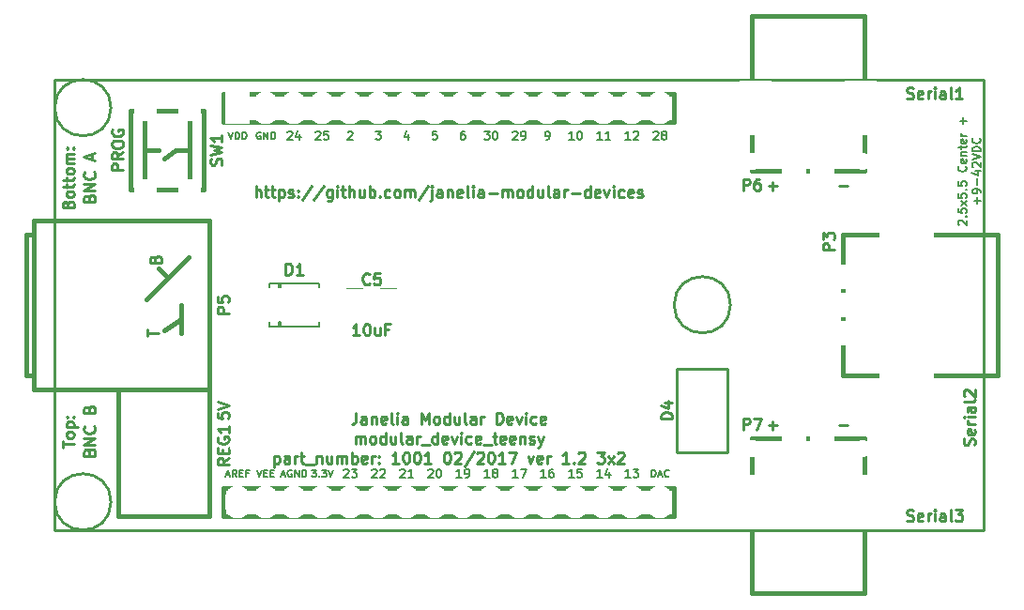
<source format=gto>
G04 #@! TF.GenerationSoftware,KiCad,Pcbnew,no-vcs-found-7571~57~ubuntu16.04.1*
G04 #@! TF.CreationDate,2017-02-02T15:23:36-05:00*
G04 #@! TF.ProjectId,modular_device_teensy_3x2,6D6F64756C61725F6465766963655F74,1.2*
G04 #@! TF.FileFunction,Legend,Top*
G04 #@! TF.FilePolarity,Positive*
%FSLAX46Y46*%
G04 Gerber Fmt 4.6, Leading zero omitted, Abs format (unit mm)*
G04 Created by KiCad (PCBNEW no-vcs-found-7571~57~ubuntu16.04.1) date Thu Feb  2 15:23:36 2017*
%MOMM*%
%LPD*%
G01*
G04 APERTURE LIST*
%ADD10C,0.100000*%
%ADD11C,0.254000*%
%ADD12C,0.228600*%
%ADD13C,0.190500*%
%ADD14C,0.381000*%
%ADD15C,0.127000*%
%ADD16C,0.150000*%
%ADD17C,0.158750*%
%ADD18C,1.600200*%
%ADD19R,4.591000X2.178000*%
%ADD20R,5.029200X2.997200*%
%ADD21O,2.940000X1.924000*%
%ADD22O,5.480000X3.448000*%
%ADD23O,2.432000X1.924000*%
%ADD24O,1.924000X2.432000*%
%ADD25R,1.990040X3.067000*%
%ADD26R,2.178000X4.591000*%
%ADD27R,2.997200X5.029200*%
%ADD28R,4.000000X5.160000*%
%ADD29R,1.800000X1.640000*%
%ADD30R,1.924000X2.940000*%
%ADD31O,1.924000X2.940000*%
%ADD32R,1.670000X2.940000*%
%ADD33C,2.400000*%
%ADD34C,2.600000*%
%ADD35R,3.110000X2.900000*%
%ADD36C,3.956000*%
%ADD37O,2.254200X2.940000*%
%ADD38R,2.254200X2.940000*%
G04 APERTURE END LIST*
D10*
D11*
X77832857Y-89994619D02*
X77832857Y-88978619D01*
X78268285Y-89994619D02*
X78268285Y-89462428D01*
X78219904Y-89365666D01*
X78123142Y-89317285D01*
X77978000Y-89317285D01*
X77881238Y-89365666D01*
X77832857Y-89414047D01*
X78606952Y-89317285D02*
X78994000Y-89317285D01*
X78752095Y-88978619D02*
X78752095Y-89849476D01*
X78800476Y-89946238D01*
X78897238Y-89994619D01*
X78994000Y-89994619D01*
X79187523Y-89317285D02*
X79574571Y-89317285D01*
X79332666Y-88978619D02*
X79332666Y-89849476D01*
X79381047Y-89946238D01*
X79477809Y-89994619D01*
X79574571Y-89994619D01*
X79913238Y-89317285D02*
X79913238Y-90333285D01*
X79913238Y-89365666D02*
X80010000Y-89317285D01*
X80203523Y-89317285D01*
X80300285Y-89365666D01*
X80348666Y-89414047D01*
X80397047Y-89510809D01*
X80397047Y-89801095D01*
X80348666Y-89897857D01*
X80300285Y-89946238D01*
X80203523Y-89994619D01*
X80010000Y-89994619D01*
X79913238Y-89946238D01*
X80784095Y-89946238D02*
X80880857Y-89994619D01*
X81074380Y-89994619D01*
X81171142Y-89946238D01*
X81219523Y-89849476D01*
X81219523Y-89801095D01*
X81171142Y-89704333D01*
X81074380Y-89655952D01*
X80929238Y-89655952D01*
X80832476Y-89607571D01*
X80784095Y-89510809D01*
X80784095Y-89462428D01*
X80832476Y-89365666D01*
X80929238Y-89317285D01*
X81074380Y-89317285D01*
X81171142Y-89365666D01*
X81654952Y-89897857D02*
X81703333Y-89946238D01*
X81654952Y-89994619D01*
X81606571Y-89946238D01*
X81654952Y-89897857D01*
X81654952Y-89994619D01*
X81654952Y-89365666D02*
X81703333Y-89414047D01*
X81654952Y-89462428D01*
X81606571Y-89414047D01*
X81654952Y-89365666D01*
X81654952Y-89462428D01*
X82864476Y-88930238D02*
X81993619Y-90236523D01*
X83928857Y-88930238D02*
X83058000Y-90236523D01*
X84702952Y-89317285D02*
X84702952Y-90139761D01*
X84654571Y-90236523D01*
X84606190Y-90284904D01*
X84509428Y-90333285D01*
X84364285Y-90333285D01*
X84267523Y-90284904D01*
X84702952Y-89946238D02*
X84606190Y-89994619D01*
X84412666Y-89994619D01*
X84315904Y-89946238D01*
X84267523Y-89897857D01*
X84219142Y-89801095D01*
X84219142Y-89510809D01*
X84267523Y-89414047D01*
X84315904Y-89365666D01*
X84412666Y-89317285D01*
X84606190Y-89317285D01*
X84702952Y-89365666D01*
X85186761Y-89994619D02*
X85186761Y-89317285D01*
X85186761Y-88978619D02*
X85138380Y-89027000D01*
X85186761Y-89075380D01*
X85235142Y-89027000D01*
X85186761Y-88978619D01*
X85186761Y-89075380D01*
X85525428Y-89317285D02*
X85912476Y-89317285D01*
X85670571Y-88978619D02*
X85670571Y-89849476D01*
X85718952Y-89946238D01*
X85815714Y-89994619D01*
X85912476Y-89994619D01*
X86251142Y-89994619D02*
X86251142Y-88978619D01*
X86686571Y-89994619D02*
X86686571Y-89462428D01*
X86638190Y-89365666D01*
X86541428Y-89317285D01*
X86396285Y-89317285D01*
X86299523Y-89365666D01*
X86251142Y-89414047D01*
X87605809Y-89317285D02*
X87605809Y-89994619D01*
X87170380Y-89317285D02*
X87170380Y-89849476D01*
X87218761Y-89946238D01*
X87315523Y-89994619D01*
X87460666Y-89994619D01*
X87557428Y-89946238D01*
X87605809Y-89897857D01*
X88089619Y-89994619D02*
X88089619Y-88978619D01*
X88089619Y-89365666D02*
X88186380Y-89317285D01*
X88379904Y-89317285D01*
X88476666Y-89365666D01*
X88525047Y-89414047D01*
X88573428Y-89510809D01*
X88573428Y-89801095D01*
X88525047Y-89897857D01*
X88476666Y-89946238D01*
X88379904Y-89994619D01*
X88186380Y-89994619D01*
X88089619Y-89946238D01*
X89008857Y-89897857D02*
X89057238Y-89946238D01*
X89008857Y-89994619D01*
X88960476Y-89946238D01*
X89008857Y-89897857D01*
X89008857Y-89994619D01*
X89928095Y-89946238D02*
X89831333Y-89994619D01*
X89637809Y-89994619D01*
X89541047Y-89946238D01*
X89492666Y-89897857D01*
X89444285Y-89801095D01*
X89444285Y-89510809D01*
X89492666Y-89414047D01*
X89541047Y-89365666D01*
X89637809Y-89317285D01*
X89831333Y-89317285D01*
X89928095Y-89365666D01*
X90508666Y-89994619D02*
X90411904Y-89946238D01*
X90363523Y-89897857D01*
X90315142Y-89801095D01*
X90315142Y-89510809D01*
X90363523Y-89414047D01*
X90411904Y-89365666D01*
X90508666Y-89317285D01*
X90653809Y-89317285D01*
X90750571Y-89365666D01*
X90798952Y-89414047D01*
X90847333Y-89510809D01*
X90847333Y-89801095D01*
X90798952Y-89897857D01*
X90750571Y-89946238D01*
X90653809Y-89994619D01*
X90508666Y-89994619D01*
X91282761Y-89994619D02*
X91282761Y-89317285D01*
X91282761Y-89414047D02*
X91331142Y-89365666D01*
X91427904Y-89317285D01*
X91573047Y-89317285D01*
X91669809Y-89365666D01*
X91718190Y-89462428D01*
X91718190Y-89994619D01*
X91718190Y-89462428D02*
X91766571Y-89365666D01*
X91863333Y-89317285D01*
X92008476Y-89317285D01*
X92105238Y-89365666D01*
X92153619Y-89462428D01*
X92153619Y-89994619D01*
X93363142Y-88930238D02*
X92492285Y-90236523D01*
X93701809Y-89317285D02*
X93701809Y-90188142D01*
X93653428Y-90284904D01*
X93556666Y-90333285D01*
X93508285Y-90333285D01*
X93701809Y-88978619D02*
X93653428Y-89027000D01*
X93701809Y-89075380D01*
X93750190Y-89027000D01*
X93701809Y-88978619D01*
X93701809Y-89075380D01*
X94621047Y-89994619D02*
X94621047Y-89462428D01*
X94572666Y-89365666D01*
X94475904Y-89317285D01*
X94282380Y-89317285D01*
X94185619Y-89365666D01*
X94621047Y-89946238D02*
X94524285Y-89994619D01*
X94282380Y-89994619D01*
X94185619Y-89946238D01*
X94137238Y-89849476D01*
X94137238Y-89752714D01*
X94185619Y-89655952D01*
X94282380Y-89607571D01*
X94524285Y-89607571D01*
X94621047Y-89559190D01*
X95104857Y-89317285D02*
X95104857Y-89994619D01*
X95104857Y-89414047D02*
X95153238Y-89365666D01*
X95250000Y-89317285D01*
X95395142Y-89317285D01*
X95491904Y-89365666D01*
X95540285Y-89462428D01*
X95540285Y-89994619D01*
X96411142Y-89946238D02*
X96314380Y-89994619D01*
X96120857Y-89994619D01*
X96024095Y-89946238D01*
X95975714Y-89849476D01*
X95975714Y-89462428D01*
X96024095Y-89365666D01*
X96120857Y-89317285D01*
X96314380Y-89317285D01*
X96411142Y-89365666D01*
X96459523Y-89462428D01*
X96459523Y-89559190D01*
X95975714Y-89655952D01*
X97040095Y-89994619D02*
X96943333Y-89946238D01*
X96894952Y-89849476D01*
X96894952Y-88978619D01*
X97427142Y-89994619D02*
X97427142Y-89317285D01*
X97427142Y-88978619D02*
X97378761Y-89027000D01*
X97427142Y-89075380D01*
X97475523Y-89027000D01*
X97427142Y-88978619D01*
X97427142Y-89075380D01*
X98346380Y-89994619D02*
X98346380Y-89462428D01*
X98298000Y-89365666D01*
X98201238Y-89317285D01*
X98007714Y-89317285D01*
X97910952Y-89365666D01*
X98346380Y-89946238D02*
X98249619Y-89994619D01*
X98007714Y-89994619D01*
X97910952Y-89946238D01*
X97862571Y-89849476D01*
X97862571Y-89752714D01*
X97910952Y-89655952D01*
X98007714Y-89607571D01*
X98249619Y-89607571D01*
X98346380Y-89559190D01*
X98830190Y-89607571D02*
X99604285Y-89607571D01*
X100088095Y-89994619D02*
X100088095Y-89317285D01*
X100088095Y-89414047D02*
X100136476Y-89365666D01*
X100233238Y-89317285D01*
X100378380Y-89317285D01*
X100475142Y-89365666D01*
X100523523Y-89462428D01*
X100523523Y-89994619D01*
X100523523Y-89462428D02*
X100571904Y-89365666D01*
X100668666Y-89317285D01*
X100813809Y-89317285D01*
X100910571Y-89365666D01*
X100958952Y-89462428D01*
X100958952Y-89994619D01*
X101587904Y-89994619D02*
X101491142Y-89946238D01*
X101442761Y-89897857D01*
X101394380Y-89801095D01*
X101394380Y-89510809D01*
X101442761Y-89414047D01*
X101491142Y-89365666D01*
X101587904Y-89317285D01*
X101733047Y-89317285D01*
X101829809Y-89365666D01*
X101878190Y-89414047D01*
X101926571Y-89510809D01*
X101926571Y-89801095D01*
X101878190Y-89897857D01*
X101829809Y-89946238D01*
X101733047Y-89994619D01*
X101587904Y-89994619D01*
X102797428Y-89994619D02*
X102797428Y-88978619D01*
X102797428Y-89946238D02*
X102700666Y-89994619D01*
X102507142Y-89994619D01*
X102410380Y-89946238D01*
X102362000Y-89897857D01*
X102313619Y-89801095D01*
X102313619Y-89510809D01*
X102362000Y-89414047D01*
X102410380Y-89365666D01*
X102507142Y-89317285D01*
X102700666Y-89317285D01*
X102797428Y-89365666D01*
X103716666Y-89317285D02*
X103716666Y-89994619D01*
X103281238Y-89317285D02*
X103281238Y-89849476D01*
X103329619Y-89946238D01*
X103426380Y-89994619D01*
X103571523Y-89994619D01*
X103668285Y-89946238D01*
X103716666Y-89897857D01*
X104345619Y-89994619D02*
X104248857Y-89946238D01*
X104200476Y-89849476D01*
X104200476Y-88978619D01*
X105168095Y-89994619D02*
X105168095Y-89462428D01*
X105119714Y-89365666D01*
X105022952Y-89317285D01*
X104829428Y-89317285D01*
X104732666Y-89365666D01*
X105168095Y-89946238D02*
X105071333Y-89994619D01*
X104829428Y-89994619D01*
X104732666Y-89946238D01*
X104684285Y-89849476D01*
X104684285Y-89752714D01*
X104732666Y-89655952D01*
X104829428Y-89607571D01*
X105071333Y-89607571D01*
X105168095Y-89559190D01*
X105651904Y-89994619D02*
X105651904Y-89317285D01*
X105651904Y-89510809D02*
X105700285Y-89414047D01*
X105748666Y-89365666D01*
X105845428Y-89317285D01*
X105942190Y-89317285D01*
X106280857Y-89607571D02*
X107054952Y-89607571D01*
X107974190Y-89994619D02*
X107974190Y-88978619D01*
X107974190Y-89946238D02*
X107877428Y-89994619D01*
X107683904Y-89994619D01*
X107587142Y-89946238D01*
X107538761Y-89897857D01*
X107490380Y-89801095D01*
X107490380Y-89510809D01*
X107538761Y-89414047D01*
X107587142Y-89365666D01*
X107683904Y-89317285D01*
X107877428Y-89317285D01*
X107974190Y-89365666D01*
X108845047Y-89946238D02*
X108748285Y-89994619D01*
X108554761Y-89994619D01*
X108458000Y-89946238D01*
X108409619Y-89849476D01*
X108409619Y-89462428D01*
X108458000Y-89365666D01*
X108554761Y-89317285D01*
X108748285Y-89317285D01*
X108845047Y-89365666D01*
X108893428Y-89462428D01*
X108893428Y-89559190D01*
X108409619Y-89655952D01*
X109232095Y-89317285D02*
X109474000Y-89994619D01*
X109715904Y-89317285D01*
X110102952Y-89994619D02*
X110102952Y-89317285D01*
X110102952Y-88978619D02*
X110054571Y-89027000D01*
X110102952Y-89075380D01*
X110151333Y-89027000D01*
X110102952Y-88978619D01*
X110102952Y-89075380D01*
X111022190Y-89946238D02*
X110925428Y-89994619D01*
X110731904Y-89994619D01*
X110635142Y-89946238D01*
X110586761Y-89897857D01*
X110538380Y-89801095D01*
X110538380Y-89510809D01*
X110586761Y-89414047D01*
X110635142Y-89365666D01*
X110731904Y-89317285D01*
X110925428Y-89317285D01*
X111022190Y-89365666D01*
X111844666Y-89946238D02*
X111747904Y-89994619D01*
X111554380Y-89994619D01*
X111457619Y-89946238D01*
X111409238Y-89849476D01*
X111409238Y-89462428D01*
X111457619Y-89365666D01*
X111554380Y-89317285D01*
X111747904Y-89317285D01*
X111844666Y-89365666D01*
X111893047Y-89462428D01*
X111893047Y-89559190D01*
X111409238Y-89655952D01*
X112280095Y-89946238D02*
X112376857Y-89994619D01*
X112570380Y-89994619D01*
X112667142Y-89946238D01*
X112715523Y-89849476D01*
X112715523Y-89801095D01*
X112667142Y-89704333D01*
X112570380Y-89655952D01*
X112425238Y-89655952D01*
X112328476Y-89607571D01*
X112280095Y-89510809D01*
X112280095Y-89462428D01*
X112328476Y-89365666D01*
X112425238Y-89317285D01*
X112570380Y-89317285D01*
X112667142Y-89365666D01*
D12*
X143510000Y-79375000D02*
X59690000Y-79375000D01*
X143510000Y-120015000D02*
X143510000Y-79375000D01*
X59690000Y-120015000D02*
X143510000Y-120015000D01*
D11*
X60403619Y-112576428D02*
X60403619Y-111995857D01*
X61419619Y-112286142D02*
X60403619Y-112286142D01*
X61419619Y-111512047D02*
X61371238Y-111608809D01*
X61322857Y-111657190D01*
X61226095Y-111705571D01*
X60935809Y-111705571D01*
X60839047Y-111657190D01*
X60790666Y-111608809D01*
X60742285Y-111512047D01*
X60742285Y-111366904D01*
X60790666Y-111270142D01*
X60839047Y-111221761D01*
X60935809Y-111173380D01*
X61226095Y-111173380D01*
X61322857Y-111221761D01*
X61371238Y-111270142D01*
X61419619Y-111366904D01*
X61419619Y-111512047D01*
X60742285Y-110737952D02*
X61758285Y-110737952D01*
X60790666Y-110737952D02*
X60742285Y-110641190D01*
X60742285Y-110447666D01*
X60790666Y-110350904D01*
X60839047Y-110302523D01*
X60935809Y-110254142D01*
X61226095Y-110254142D01*
X61322857Y-110302523D01*
X61371238Y-110350904D01*
X61419619Y-110447666D01*
X61419619Y-110641190D01*
X61371238Y-110737952D01*
X61322857Y-109818714D02*
X61371238Y-109770333D01*
X61419619Y-109818714D01*
X61371238Y-109867095D01*
X61322857Y-109818714D01*
X61419619Y-109818714D01*
X60790666Y-109818714D02*
X60839047Y-109770333D01*
X60887428Y-109818714D01*
X60839047Y-109867095D01*
X60790666Y-109818714D01*
X60887428Y-109818714D01*
X60887428Y-90611476D02*
X60935809Y-90466333D01*
X60984190Y-90417952D01*
X61080952Y-90369571D01*
X61226095Y-90369571D01*
X61322857Y-90417952D01*
X61371238Y-90466333D01*
X61419619Y-90563095D01*
X61419619Y-90950142D01*
X60403619Y-90950142D01*
X60403619Y-90611476D01*
X60452000Y-90514714D01*
X60500380Y-90466333D01*
X60597142Y-90417952D01*
X60693904Y-90417952D01*
X60790666Y-90466333D01*
X60839047Y-90514714D01*
X60887428Y-90611476D01*
X60887428Y-90950142D01*
X61419619Y-89789000D02*
X61371238Y-89885761D01*
X61322857Y-89934142D01*
X61226095Y-89982523D01*
X60935809Y-89982523D01*
X60839047Y-89934142D01*
X60790666Y-89885761D01*
X60742285Y-89789000D01*
X60742285Y-89643857D01*
X60790666Y-89547095D01*
X60839047Y-89498714D01*
X60935809Y-89450333D01*
X61226095Y-89450333D01*
X61322857Y-89498714D01*
X61371238Y-89547095D01*
X61419619Y-89643857D01*
X61419619Y-89789000D01*
X60742285Y-89160047D02*
X60742285Y-88773000D01*
X60403619Y-89014904D02*
X61274476Y-89014904D01*
X61371238Y-88966523D01*
X61419619Y-88869761D01*
X61419619Y-88773000D01*
X60742285Y-88579476D02*
X60742285Y-88192428D01*
X60403619Y-88434333D02*
X61274476Y-88434333D01*
X61371238Y-88385952D01*
X61419619Y-88289190D01*
X61419619Y-88192428D01*
X61419619Y-87708619D02*
X61371238Y-87805380D01*
X61322857Y-87853761D01*
X61226095Y-87902142D01*
X60935809Y-87902142D01*
X60839047Y-87853761D01*
X60790666Y-87805380D01*
X60742285Y-87708619D01*
X60742285Y-87563476D01*
X60790666Y-87466714D01*
X60839047Y-87418333D01*
X60935809Y-87369952D01*
X61226095Y-87369952D01*
X61322857Y-87418333D01*
X61371238Y-87466714D01*
X61419619Y-87563476D01*
X61419619Y-87708619D01*
X61419619Y-86934523D02*
X60742285Y-86934523D01*
X60839047Y-86934523D02*
X60790666Y-86886142D01*
X60742285Y-86789380D01*
X60742285Y-86644238D01*
X60790666Y-86547476D01*
X60887428Y-86499095D01*
X61419619Y-86499095D01*
X60887428Y-86499095D02*
X60790666Y-86450714D01*
X60742285Y-86353952D01*
X60742285Y-86208809D01*
X60790666Y-86112047D01*
X60887428Y-86063666D01*
X61419619Y-86063666D01*
X61322857Y-85579857D02*
X61371238Y-85531476D01*
X61419619Y-85579857D01*
X61371238Y-85628238D01*
X61322857Y-85579857D01*
X61419619Y-85579857D01*
X60790666Y-85579857D02*
X60839047Y-85531476D01*
X60887428Y-85579857D01*
X60839047Y-85628238D01*
X60790666Y-85579857D01*
X60887428Y-85579857D01*
D13*
X142929428Y-90569142D02*
X142929428Y-89988571D01*
X143219714Y-90278857D02*
X142639142Y-90278857D01*
X143219714Y-89589428D02*
X143219714Y-89444285D01*
X143183428Y-89371714D01*
X143147142Y-89335428D01*
X143038285Y-89262857D01*
X142893142Y-89226571D01*
X142602857Y-89226571D01*
X142530285Y-89262857D01*
X142494000Y-89299142D01*
X142457714Y-89371714D01*
X142457714Y-89516857D01*
X142494000Y-89589428D01*
X142530285Y-89625714D01*
X142602857Y-89662000D01*
X142784285Y-89662000D01*
X142856857Y-89625714D01*
X142893142Y-89589428D01*
X142929428Y-89516857D01*
X142929428Y-89371714D01*
X142893142Y-89299142D01*
X142856857Y-89262857D01*
X142784285Y-89226571D01*
X142929428Y-88900000D02*
X142929428Y-88319428D01*
X142711714Y-87630000D02*
X143219714Y-87630000D01*
X142421428Y-87811428D02*
X142965714Y-87992857D01*
X142965714Y-87521142D01*
X142530285Y-87267142D02*
X142494000Y-87230857D01*
X142457714Y-87158285D01*
X142457714Y-86976857D01*
X142494000Y-86904285D01*
X142530285Y-86868000D01*
X142602857Y-86831714D01*
X142675428Y-86831714D01*
X142784285Y-86868000D01*
X143219714Y-87303428D01*
X143219714Y-86831714D01*
X142457714Y-86614000D02*
X143219714Y-86360000D01*
X142457714Y-86106000D01*
X143219714Y-85852000D02*
X142457714Y-85852000D01*
X142457714Y-85670571D01*
X142494000Y-85561714D01*
X142566571Y-85489142D01*
X142639142Y-85452857D01*
X142784285Y-85416571D01*
X142893142Y-85416571D01*
X143038285Y-85452857D01*
X143110857Y-85489142D01*
X143183428Y-85561714D01*
X143219714Y-85670571D01*
X143219714Y-85852000D01*
X143147142Y-84654571D02*
X143183428Y-84690857D01*
X143219714Y-84799714D01*
X143219714Y-84872285D01*
X143183428Y-84981142D01*
X143110857Y-85053714D01*
X143038285Y-85090000D01*
X142893142Y-85126285D01*
X142784285Y-85126285D01*
X142639142Y-85090000D01*
X142566571Y-85053714D01*
X142494000Y-84981142D01*
X142457714Y-84872285D01*
X142457714Y-84799714D01*
X142494000Y-84690857D01*
X142530285Y-84654571D01*
X141260285Y-92492285D02*
X141224000Y-92456000D01*
X141187714Y-92383428D01*
X141187714Y-92202000D01*
X141224000Y-92129428D01*
X141260285Y-92093142D01*
X141332857Y-92056857D01*
X141405428Y-92056857D01*
X141514285Y-92093142D01*
X141949714Y-92528571D01*
X141949714Y-92056857D01*
X141877142Y-91730285D02*
X141913428Y-91694000D01*
X141949714Y-91730285D01*
X141913428Y-91766571D01*
X141877142Y-91730285D01*
X141949714Y-91730285D01*
X141187714Y-91004571D02*
X141187714Y-91367428D01*
X141550571Y-91403714D01*
X141514285Y-91367428D01*
X141478000Y-91294857D01*
X141478000Y-91113428D01*
X141514285Y-91040857D01*
X141550571Y-91004571D01*
X141623142Y-90968285D01*
X141804571Y-90968285D01*
X141877142Y-91004571D01*
X141913428Y-91040857D01*
X141949714Y-91113428D01*
X141949714Y-91294857D01*
X141913428Y-91367428D01*
X141877142Y-91403714D01*
X141949714Y-90714285D02*
X141441714Y-90315142D01*
X141441714Y-90714285D02*
X141949714Y-90315142D01*
X141187714Y-89662000D02*
X141187714Y-90024857D01*
X141550571Y-90061142D01*
X141514285Y-90024857D01*
X141478000Y-89952285D01*
X141478000Y-89770857D01*
X141514285Y-89698285D01*
X141550571Y-89662000D01*
X141623142Y-89625714D01*
X141804571Y-89625714D01*
X141877142Y-89662000D01*
X141913428Y-89698285D01*
X141949714Y-89770857D01*
X141949714Y-89952285D01*
X141913428Y-90024857D01*
X141877142Y-90061142D01*
X141877142Y-89299142D02*
X141913428Y-89262857D01*
X141949714Y-89299142D01*
X141913428Y-89335428D01*
X141877142Y-89299142D01*
X141949714Y-89299142D01*
X141187714Y-88573428D02*
X141187714Y-88936285D01*
X141550571Y-88972571D01*
X141514285Y-88936285D01*
X141478000Y-88863714D01*
X141478000Y-88682285D01*
X141514285Y-88609714D01*
X141550571Y-88573428D01*
X141623142Y-88537142D01*
X141804571Y-88537142D01*
X141877142Y-88573428D01*
X141913428Y-88609714D01*
X141949714Y-88682285D01*
X141949714Y-88863714D01*
X141913428Y-88936285D01*
X141877142Y-88972571D01*
X141877142Y-87194571D02*
X141913428Y-87230857D01*
X141949714Y-87339714D01*
X141949714Y-87412285D01*
X141913428Y-87521142D01*
X141840857Y-87593714D01*
X141768285Y-87630000D01*
X141623142Y-87666285D01*
X141514285Y-87666285D01*
X141369142Y-87630000D01*
X141296571Y-87593714D01*
X141224000Y-87521142D01*
X141187714Y-87412285D01*
X141187714Y-87339714D01*
X141224000Y-87230857D01*
X141260285Y-87194571D01*
X141913428Y-86577714D02*
X141949714Y-86650285D01*
X141949714Y-86795428D01*
X141913428Y-86868000D01*
X141840857Y-86904285D01*
X141550571Y-86904285D01*
X141478000Y-86868000D01*
X141441714Y-86795428D01*
X141441714Y-86650285D01*
X141478000Y-86577714D01*
X141550571Y-86541428D01*
X141623142Y-86541428D01*
X141695714Y-86904285D01*
X141441714Y-86214857D02*
X141949714Y-86214857D01*
X141514285Y-86214857D02*
X141478000Y-86178571D01*
X141441714Y-86106000D01*
X141441714Y-85997142D01*
X141478000Y-85924571D01*
X141550571Y-85888285D01*
X141949714Y-85888285D01*
X141441714Y-85634285D02*
X141441714Y-85344000D01*
X141187714Y-85525428D02*
X141840857Y-85525428D01*
X141913428Y-85489142D01*
X141949714Y-85416571D01*
X141949714Y-85344000D01*
X141913428Y-84799714D02*
X141949714Y-84872285D01*
X141949714Y-85017428D01*
X141913428Y-85090000D01*
X141840857Y-85126285D01*
X141550571Y-85126285D01*
X141478000Y-85090000D01*
X141441714Y-85017428D01*
X141441714Y-84872285D01*
X141478000Y-84799714D01*
X141550571Y-84763428D01*
X141623142Y-84763428D01*
X141695714Y-85126285D01*
X141949714Y-84436857D02*
X141441714Y-84436857D01*
X141586857Y-84436857D02*
X141514285Y-84400571D01*
X141478000Y-84364285D01*
X141441714Y-84291714D01*
X141441714Y-84219142D01*
X141659428Y-83384571D02*
X141659428Y-82804000D01*
X141949714Y-83094285D02*
X141369142Y-83094285D01*
D11*
X136573380Y-119156238D02*
X136718523Y-119204619D01*
X136960428Y-119204619D01*
X137057190Y-119156238D01*
X137105571Y-119107857D01*
X137153952Y-119011095D01*
X137153952Y-118914333D01*
X137105571Y-118817571D01*
X137057190Y-118769190D01*
X136960428Y-118720809D01*
X136766904Y-118672428D01*
X136670142Y-118624047D01*
X136621761Y-118575666D01*
X136573380Y-118478904D01*
X136573380Y-118382142D01*
X136621761Y-118285380D01*
X136670142Y-118237000D01*
X136766904Y-118188619D01*
X137008809Y-118188619D01*
X137153952Y-118237000D01*
X137976428Y-119156238D02*
X137879666Y-119204619D01*
X137686142Y-119204619D01*
X137589380Y-119156238D01*
X137541000Y-119059476D01*
X137541000Y-118672428D01*
X137589380Y-118575666D01*
X137686142Y-118527285D01*
X137879666Y-118527285D01*
X137976428Y-118575666D01*
X138024809Y-118672428D01*
X138024809Y-118769190D01*
X137541000Y-118865952D01*
X138460238Y-119204619D02*
X138460238Y-118527285D01*
X138460238Y-118720809D02*
X138508619Y-118624047D01*
X138557000Y-118575666D01*
X138653761Y-118527285D01*
X138750523Y-118527285D01*
X139089190Y-119204619D02*
X139089190Y-118527285D01*
X139089190Y-118188619D02*
X139040809Y-118237000D01*
X139089190Y-118285380D01*
X139137571Y-118237000D01*
X139089190Y-118188619D01*
X139089190Y-118285380D01*
X140008428Y-119204619D02*
X140008428Y-118672428D01*
X139960047Y-118575666D01*
X139863285Y-118527285D01*
X139669761Y-118527285D01*
X139573000Y-118575666D01*
X140008428Y-119156238D02*
X139911666Y-119204619D01*
X139669761Y-119204619D01*
X139573000Y-119156238D01*
X139524619Y-119059476D01*
X139524619Y-118962714D01*
X139573000Y-118865952D01*
X139669761Y-118817571D01*
X139911666Y-118817571D01*
X140008428Y-118769190D01*
X140637380Y-119204619D02*
X140540619Y-119156238D01*
X140492238Y-119059476D01*
X140492238Y-118188619D01*
X140927666Y-118188619D02*
X141556619Y-118188619D01*
X141217952Y-118575666D01*
X141363095Y-118575666D01*
X141459857Y-118624047D01*
X141508238Y-118672428D01*
X141556619Y-118769190D01*
X141556619Y-119011095D01*
X141508238Y-119107857D01*
X141459857Y-119156238D01*
X141363095Y-119204619D01*
X141072809Y-119204619D01*
X140976047Y-119156238D01*
X140927666Y-119107857D01*
X142651238Y-112346619D02*
X142699619Y-112201476D01*
X142699619Y-111959571D01*
X142651238Y-111862809D01*
X142602857Y-111814428D01*
X142506095Y-111766047D01*
X142409333Y-111766047D01*
X142312571Y-111814428D01*
X142264190Y-111862809D01*
X142215809Y-111959571D01*
X142167428Y-112153095D01*
X142119047Y-112249857D01*
X142070666Y-112298238D01*
X141973904Y-112346619D01*
X141877142Y-112346619D01*
X141780380Y-112298238D01*
X141732000Y-112249857D01*
X141683619Y-112153095D01*
X141683619Y-111911190D01*
X141732000Y-111766047D01*
X142651238Y-110943571D02*
X142699619Y-111040333D01*
X142699619Y-111233857D01*
X142651238Y-111330619D01*
X142554476Y-111379000D01*
X142167428Y-111379000D01*
X142070666Y-111330619D01*
X142022285Y-111233857D01*
X142022285Y-111040333D01*
X142070666Y-110943571D01*
X142167428Y-110895190D01*
X142264190Y-110895190D01*
X142360952Y-111379000D01*
X142699619Y-110459761D02*
X142022285Y-110459761D01*
X142215809Y-110459761D02*
X142119047Y-110411380D01*
X142070666Y-110363000D01*
X142022285Y-110266238D01*
X142022285Y-110169476D01*
X142699619Y-109830809D02*
X142022285Y-109830809D01*
X141683619Y-109830809D02*
X141732000Y-109879190D01*
X141780380Y-109830809D01*
X141732000Y-109782428D01*
X141683619Y-109830809D01*
X141780380Y-109830809D01*
X142699619Y-108911571D02*
X142167428Y-108911571D01*
X142070666Y-108959952D01*
X142022285Y-109056714D01*
X142022285Y-109250238D01*
X142070666Y-109347000D01*
X142651238Y-108911571D02*
X142699619Y-109008333D01*
X142699619Y-109250238D01*
X142651238Y-109347000D01*
X142554476Y-109395380D01*
X142457714Y-109395380D01*
X142360952Y-109347000D01*
X142312571Y-109250238D01*
X142312571Y-109008333D01*
X142264190Y-108911571D01*
X142699619Y-108282619D02*
X142651238Y-108379380D01*
X142554476Y-108427761D01*
X141683619Y-108427761D01*
X141780380Y-107943952D02*
X141732000Y-107895571D01*
X141683619Y-107798809D01*
X141683619Y-107556904D01*
X141732000Y-107460142D01*
X141780380Y-107411761D01*
X141877142Y-107363380D01*
X141973904Y-107363380D01*
X142119047Y-107411761D01*
X142699619Y-107992333D01*
X142699619Y-107363380D01*
X136573380Y-81056238D02*
X136718523Y-81104619D01*
X136960428Y-81104619D01*
X137057190Y-81056238D01*
X137105571Y-81007857D01*
X137153952Y-80911095D01*
X137153952Y-80814333D01*
X137105571Y-80717571D01*
X137057190Y-80669190D01*
X136960428Y-80620809D01*
X136766904Y-80572428D01*
X136670142Y-80524047D01*
X136621761Y-80475666D01*
X136573380Y-80378904D01*
X136573380Y-80282142D01*
X136621761Y-80185380D01*
X136670142Y-80137000D01*
X136766904Y-80088619D01*
X137008809Y-80088619D01*
X137153952Y-80137000D01*
X137976428Y-81056238D02*
X137879666Y-81104619D01*
X137686142Y-81104619D01*
X137589380Y-81056238D01*
X137541000Y-80959476D01*
X137541000Y-80572428D01*
X137589380Y-80475666D01*
X137686142Y-80427285D01*
X137879666Y-80427285D01*
X137976428Y-80475666D01*
X138024809Y-80572428D01*
X138024809Y-80669190D01*
X137541000Y-80765952D01*
X138460238Y-81104619D02*
X138460238Y-80427285D01*
X138460238Y-80620809D02*
X138508619Y-80524047D01*
X138557000Y-80475666D01*
X138653761Y-80427285D01*
X138750523Y-80427285D01*
X139089190Y-81104619D02*
X139089190Y-80427285D01*
X139089190Y-80088619D02*
X139040809Y-80137000D01*
X139089190Y-80185380D01*
X139137571Y-80137000D01*
X139089190Y-80088619D01*
X139089190Y-80185380D01*
X140008428Y-81104619D02*
X140008428Y-80572428D01*
X139960047Y-80475666D01*
X139863285Y-80427285D01*
X139669761Y-80427285D01*
X139573000Y-80475666D01*
X140008428Y-81056238D02*
X139911666Y-81104619D01*
X139669761Y-81104619D01*
X139573000Y-81056238D01*
X139524619Y-80959476D01*
X139524619Y-80862714D01*
X139573000Y-80765952D01*
X139669761Y-80717571D01*
X139911666Y-80717571D01*
X140008428Y-80669190D01*
X140637380Y-81104619D02*
X140540619Y-81056238D01*
X140492238Y-80959476D01*
X140492238Y-80088619D01*
X141556619Y-81104619D02*
X140976047Y-81104619D01*
X141266333Y-81104619D02*
X141266333Y-80088619D01*
X141169571Y-80233761D01*
X141072809Y-80330523D01*
X140976047Y-80378904D01*
X130422952Y-110562571D02*
X131197047Y-110562571D01*
X130422952Y-88972571D02*
X131197047Y-88972571D01*
X124072952Y-88972571D02*
X124847047Y-88972571D01*
X124460000Y-89359619D02*
X124460000Y-88585523D01*
X124072952Y-110562571D02*
X124847047Y-110562571D01*
X124460000Y-110949619D02*
X124460000Y-110175523D01*
X74373619Y-109413523D02*
X74373619Y-109897333D01*
X74857428Y-109945714D01*
X74809047Y-109897333D01*
X74760666Y-109800571D01*
X74760666Y-109558666D01*
X74809047Y-109461904D01*
X74857428Y-109413523D01*
X74954190Y-109365142D01*
X75196095Y-109365142D01*
X75292857Y-109413523D01*
X75341238Y-109461904D01*
X75389619Y-109558666D01*
X75389619Y-109800571D01*
X75341238Y-109897333D01*
X75292857Y-109945714D01*
X74373619Y-109074857D02*
X75389619Y-108736190D01*
X74373619Y-108397523D01*
X86855904Y-109425619D02*
X86855904Y-110151333D01*
X86807523Y-110296476D01*
X86710761Y-110393238D01*
X86565619Y-110441619D01*
X86468857Y-110441619D01*
X87775142Y-110441619D02*
X87775142Y-109909428D01*
X87726761Y-109812666D01*
X87630000Y-109764285D01*
X87436476Y-109764285D01*
X87339714Y-109812666D01*
X87775142Y-110393238D02*
X87678380Y-110441619D01*
X87436476Y-110441619D01*
X87339714Y-110393238D01*
X87291333Y-110296476D01*
X87291333Y-110199714D01*
X87339714Y-110102952D01*
X87436476Y-110054571D01*
X87678380Y-110054571D01*
X87775142Y-110006190D01*
X88258952Y-109764285D02*
X88258952Y-110441619D01*
X88258952Y-109861047D02*
X88307333Y-109812666D01*
X88404095Y-109764285D01*
X88549238Y-109764285D01*
X88646000Y-109812666D01*
X88694380Y-109909428D01*
X88694380Y-110441619D01*
X89565238Y-110393238D02*
X89468476Y-110441619D01*
X89274952Y-110441619D01*
X89178190Y-110393238D01*
X89129809Y-110296476D01*
X89129809Y-109909428D01*
X89178190Y-109812666D01*
X89274952Y-109764285D01*
X89468476Y-109764285D01*
X89565238Y-109812666D01*
X89613619Y-109909428D01*
X89613619Y-110006190D01*
X89129809Y-110102952D01*
X90194190Y-110441619D02*
X90097428Y-110393238D01*
X90049047Y-110296476D01*
X90049047Y-109425619D01*
X90581238Y-110441619D02*
X90581238Y-109764285D01*
X90581238Y-109425619D02*
X90532857Y-109474000D01*
X90581238Y-109522380D01*
X90629619Y-109474000D01*
X90581238Y-109425619D01*
X90581238Y-109522380D01*
X91500476Y-110441619D02*
X91500476Y-109909428D01*
X91452095Y-109812666D01*
X91355333Y-109764285D01*
X91161809Y-109764285D01*
X91065047Y-109812666D01*
X91500476Y-110393238D02*
X91403714Y-110441619D01*
X91161809Y-110441619D01*
X91065047Y-110393238D01*
X91016666Y-110296476D01*
X91016666Y-110199714D01*
X91065047Y-110102952D01*
X91161809Y-110054571D01*
X91403714Y-110054571D01*
X91500476Y-110006190D01*
X92758380Y-110441619D02*
X92758380Y-109425619D01*
X93097047Y-110151333D01*
X93435714Y-109425619D01*
X93435714Y-110441619D01*
X94064666Y-110441619D02*
X93967904Y-110393238D01*
X93919523Y-110344857D01*
X93871142Y-110248095D01*
X93871142Y-109957809D01*
X93919523Y-109861047D01*
X93967904Y-109812666D01*
X94064666Y-109764285D01*
X94209809Y-109764285D01*
X94306571Y-109812666D01*
X94354952Y-109861047D01*
X94403333Y-109957809D01*
X94403333Y-110248095D01*
X94354952Y-110344857D01*
X94306571Y-110393238D01*
X94209809Y-110441619D01*
X94064666Y-110441619D01*
X95274190Y-110441619D02*
X95274190Y-109425619D01*
X95274190Y-110393238D02*
X95177428Y-110441619D01*
X94983904Y-110441619D01*
X94887142Y-110393238D01*
X94838761Y-110344857D01*
X94790380Y-110248095D01*
X94790380Y-109957809D01*
X94838761Y-109861047D01*
X94887142Y-109812666D01*
X94983904Y-109764285D01*
X95177428Y-109764285D01*
X95274190Y-109812666D01*
X96193428Y-109764285D02*
X96193428Y-110441619D01*
X95758000Y-109764285D02*
X95758000Y-110296476D01*
X95806380Y-110393238D01*
X95903142Y-110441619D01*
X96048285Y-110441619D01*
X96145047Y-110393238D01*
X96193428Y-110344857D01*
X96822380Y-110441619D02*
X96725619Y-110393238D01*
X96677238Y-110296476D01*
X96677238Y-109425619D01*
X97644857Y-110441619D02*
X97644857Y-109909428D01*
X97596476Y-109812666D01*
X97499714Y-109764285D01*
X97306190Y-109764285D01*
X97209428Y-109812666D01*
X97644857Y-110393238D02*
X97548095Y-110441619D01*
X97306190Y-110441619D01*
X97209428Y-110393238D01*
X97161047Y-110296476D01*
X97161047Y-110199714D01*
X97209428Y-110102952D01*
X97306190Y-110054571D01*
X97548095Y-110054571D01*
X97644857Y-110006190D01*
X98128666Y-110441619D02*
X98128666Y-109764285D01*
X98128666Y-109957809D02*
X98177047Y-109861047D01*
X98225428Y-109812666D01*
X98322190Y-109764285D01*
X98418952Y-109764285D01*
X99531714Y-110441619D02*
X99531714Y-109425619D01*
X99773619Y-109425619D01*
X99918761Y-109474000D01*
X100015523Y-109570761D01*
X100063904Y-109667523D01*
X100112285Y-109861047D01*
X100112285Y-110006190D01*
X100063904Y-110199714D01*
X100015523Y-110296476D01*
X99918761Y-110393238D01*
X99773619Y-110441619D01*
X99531714Y-110441619D01*
X100934761Y-110393238D02*
X100838000Y-110441619D01*
X100644476Y-110441619D01*
X100547714Y-110393238D01*
X100499333Y-110296476D01*
X100499333Y-109909428D01*
X100547714Y-109812666D01*
X100644476Y-109764285D01*
X100838000Y-109764285D01*
X100934761Y-109812666D01*
X100983142Y-109909428D01*
X100983142Y-110006190D01*
X100499333Y-110102952D01*
X101321809Y-109764285D02*
X101563714Y-110441619D01*
X101805619Y-109764285D01*
X102192666Y-110441619D02*
X102192666Y-109764285D01*
X102192666Y-109425619D02*
X102144285Y-109474000D01*
X102192666Y-109522380D01*
X102241047Y-109474000D01*
X102192666Y-109425619D01*
X102192666Y-109522380D01*
X103111904Y-110393238D02*
X103015142Y-110441619D01*
X102821619Y-110441619D01*
X102724857Y-110393238D01*
X102676476Y-110344857D01*
X102628095Y-110248095D01*
X102628095Y-109957809D01*
X102676476Y-109861047D01*
X102724857Y-109812666D01*
X102821619Y-109764285D01*
X103015142Y-109764285D01*
X103111904Y-109812666D01*
X103934380Y-110393238D02*
X103837619Y-110441619D01*
X103644095Y-110441619D01*
X103547333Y-110393238D01*
X103498952Y-110296476D01*
X103498952Y-109909428D01*
X103547333Y-109812666D01*
X103644095Y-109764285D01*
X103837619Y-109764285D01*
X103934380Y-109812666D01*
X103982761Y-109909428D01*
X103982761Y-110006190D01*
X103498952Y-110102952D01*
X86807523Y-112219619D02*
X86807523Y-111542285D01*
X86807523Y-111639047D02*
X86855904Y-111590666D01*
X86952666Y-111542285D01*
X87097809Y-111542285D01*
X87194571Y-111590666D01*
X87242952Y-111687428D01*
X87242952Y-112219619D01*
X87242952Y-111687428D02*
X87291333Y-111590666D01*
X87388095Y-111542285D01*
X87533238Y-111542285D01*
X87630000Y-111590666D01*
X87678380Y-111687428D01*
X87678380Y-112219619D01*
X88307333Y-112219619D02*
X88210571Y-112171238D01*
X88162190Y-112122857D01*
X88113809Y-112026095D01*
X88113809Y-111735809D01*
X88162190Y-111639047D01*
X88210571Y-111590666D01*
X88307333Y-111542285D01*
X88452476Y-111542285D01*
X88549238Y-111590666D01*
X88597619Y-111639047D01*
X88646000Y-111735809D01*
X88646000Y-112026095D01*
X88597619Y-112122857D01*
X88549238Y-112171238D01*
X88452476Y-112219619D01*
X88307333Y-112219619D01*
X89516857Y-112219619D02*
X89516857Y-111203619D01*
X89516857Y-112171238D02*
X89420095Y-112219619D01*
X89226571Y-112219619D01*
X89129809Y-112171238D01*
X89081428Y-112122857D01*
X89033047Y-112026095D01*
X89033047Y-111735809D01*
X89081428Y-111639047D01*
X89129809Y-111590666D01*
X89226571Y-111542285D01*
X89420095Y-111542285D01*
X89516857Y-111590666D01*
X90436095Y-111542285D02*
X90436095Y-112219619D01*
X90000666Y-111542285D02*
X90000666Y-112074476D01*
X90049047Y-112171238D01*
X90145809Y-112219619D01*
X90290952Y-112219619D01*
X90387714Y-112171238D01*
X90436095Y-112122857D01*
X91065047Y-112219619D02*
X90968285Y-112171238D01*
X90919904Y-112074476D01*
X90919904Y-111203619D01*
X91887523Y-112219619D02*
X91887523Y-111687428D01*
X91839142Y-111590666D01*
X91742380Y-111542285D01*
X91548857Y-111542285D01*
X91452095Y-111590666D01*
X91887523Y-112171238D02*
X91790761Y-112219619D01*
X91548857Y-112219619D01*
X91452095Y-112171238D01*
X91403714Y-112074476D01*
X91403714Y-111977714D01*
X91452095Y-111880952D01*
X91548857Y-111832571D01*
X91790761Y-111832571D01*
X91887523Y-111784190D01*
X92371333Y-112219619D02*
X92371333Y-111542285D01*
X92371333Y-111735809D02*
X92419714Y-111639047D01*
X92468095Y-111590666D01*
X92564857Y-111542285D01*
X92661619Y-111542285D01*
X92758380Y-112316380D02*
X93532476Y-112316380D01*
X94209809Y-112219619D02*
X94209809Y-111203619D01*
X94209809Y-112171238D02*
X94113047Y-112219619D01*
X93919523Y-112219619D01*
X93822761Y-112171238D01*
X93774380Y-112122857D01*
X93726000Y-112026095D01*
X93726000Y-111735809D01*
X93774380Y-111639047D01*
X93822761Y-111590666D01*
X93919523Y-111542285D01*
X94113047Y-111542285D01*
X94209809Y-111590666D01*
X95080666Y-112171238D02*
X94983904Y-112219619D01*
X94790380Y-112219619D01*
X94693619Y-112171238D01*
X94645238Y-112074476D01*
X94645238Y-111687428D01*
X94693619Y-111590666D01*
X94790380Y-111542285D01*
X94983904Y-111542285D01*
X95080666Y-111590666D01*
X95129047Y-111687428D01*
X95129047Y-111784190D01*
X94645238Y-111880952D01*
X95467714Y-111542285D02*
X95709619Y-112219619D01*
X95951523Y-111542285D01*
X96338571Y-112219619D02*
X96338571Y-111542285D01*
X96338571Y-111203619D02*
X96290190Y-111252000D01*
X96338571Y-111300380D01*
X96386952Y-111252000D01*
X96338571Y-111203619D01*
X96338571Y-111300380D01*
X97257809Y-112171238D02*
X97161047Y-112219619D01*
X96967523Y-112219619D01*
X96870761Y-112171238D01*
X96822380Y-112122857D01*
X96774000Y-112026095D01*
X96774000Y-111735809D01*
X96822380Y-111639047D01*
X96870761Y-111590666D01*
X96967523Y-111542285D01*
X97161047Y-111542285D01*
X97257809Y-111590666D01*
X98080285Y-112171238D02*
X97983523Y-112219619D01*
X97790000Y-112219619D01*
X97693238Y-112171238D01*
X97644857Y-112074476D01*
X97644857Y-111687428D01*
X97693238Y-111590666D01*
X97790000Y-111542285D01*
X97983523Y-111542285D01*
X98080285Y-111590666D01*
X98128666Y-111687428D01*
X98128666Y-111784190D01*
X97644857Y-111880952D01*
X98322190Y-112316380D02*
X99096285Y-112316380D01*
X99193047Y-111542285D02*
X99580095Y-111542285D01*
X99338190Y-111203619D02*
X99338190Y-112074476D01*
X99386571Y-112171238D01*
X99483333Y-112219619D01*
X99580095Y-112219619D01*
X100305809Y-112171238D02*
X100209047Y-112219619D01*
X100015523Y-112219619D01*
X99918761Y-112171238D01*
X99870380Y-112074476D01*
X99870380Y-111687428D01*
X99918761Y-111590666D01*
X100015523Y-111542285D01*
X100209047Y-111542285D01*
X100305809Y-111590666D01*
X100354190Y-111687428D01*
X100354190Y-111784190D01*
X99870380Y-111880952D01*
X101176666Y-112171238D02*
X101079904Y-112219619D01*
X100886380Y-112219619D01*
X100789619Y-112171238D01*
X100741238Y-112074476D01*
X100741238Y-111687428D01*
X100789619Y-111590666D01*
X100886380Y-111542285D01*
X101079904Y-111542285D01*
X101176666Y-111590666D01*
X101225047Y-111687428D01*
X101225047Y-111784190D01*
X100741238Y-111880952D01*
X101660476Y-111542285D02*
X101660476Y-112219619D01*
X101660476Y-111639047D02*
X101708857Y-111590666D01*
X101805619Y-111542285D01*
X101950761Y-111542285D01*
X102047523Y-111590666D01*
X102095904Y-111687428D01*
X102095904Y-112219619D01*
X102531333Y-112171238D02*
X102628095Y-112219619D01*
X102821619Y-112219619D01*
X102918380Y-112171238D01*
X102966761Y-112074476D01*
X102966761Y-112026095D01*
X102918380Y-111929333D01*
X102821619Y-111880952D01*
X102676476Y-111880952D01*
X102579714Y-111832571D01*
X102531333Y-111735809D01*
X102531333Y-111687428D01*
X102579714Y-111590666D01*
X102676476Y-111542285D01*
X102821619Y-111542285D01*
X102918380Y-111590666D01*
X103305428Y-111542285D02*
X103547333Y-112219619D01*
X103789238Y-111542285D02*
X103547333Y-112219619D01*
X103450571Y-112461523D01*
X103402190Y-112509904D01*
X103305428Y-112558285D01*
X79502000Y-113320285D02*
X79502000Y-114336285D01*
X79502000Y-113368666D02*
X79598761Y-113320285D01*
X79792285Y-113320285D01*
X79889047Y-113368666D01*
X79937428Y-113417047D01*
X79985809Y-113513809D01*
X79985809Y-113804095D01*
X79937428Y-113900857D01*
X79889047Y-113949238D01*
X79792285Y-113997619D01*
X79598761Y-113997619D01*
X79502000Y-113949238D01*
X80856666Y-113997619D02*
X80856666Y-113465428D01*
X80808285Y-113368666D01*
X80711523Y-113320285D01*
X80518000Y-113320285D01*
X80421238Y-113368666D01*
X80856666Y-113949238D02*
X80759904Y-113997619D01*
X80518000Y-113997619D01*
X80421238Y-113949238D01*
X80372857Y-113852476D01*
X80372857Y-113755714D01*
X80421238Y-113658952D01*
X80518000Y-113610571D01*
X80759904Y-113610571D01*
X80856666Y-113562190D01*
X81340476Y-113997619D02*
X81340476Y-113320285D01*
X81340476Y-113513809D02*
X81388857Y-113417047D01*
X81437238Y-113368666D01*
X81534000Y-113320285D01*
X81630761Y-113320285D01*
X81824285Y-113320285D02*
X82211333Y-113320285D01*
X81969428Y-112981619D02*
X81969428Y-113852476D01*
X82017809Y-113949238D01*
X82114571Y-113997619D01*
X82211333Y-113997619D01*
X82308095Y-114094380D02*
X83082190Y-114094380D01*
X83324095Y-113320285D02*
X83324095Y-113997619D01*
X83324095Y-113417047D02*
X83372476Y-113368666D01*
X83469238Y-113320285D01*
X83614380Y-113320285D01*
X83711142Y-113368666D01*
X83759523Y-113465428D01*
X83759523Y-113997619D01*
X84678761Y-113320285D02*
X84678761Y-113997619D01*
X84243333Y-113320285D02*
X84243333Y-113852476D01*
X84291714Y-113949238D01*
X84388476Y-113997619D01*
X84533619Y-113997619D01*
X84630380Y-113949238D01*
X84678761Y-113900857D01*
X85162571Y-113997619D02*
X85162571Y-113320285D01*
X85162571Y-113417047D02*
X85210952Y-113368666D01*
X85307714Y-113320285D01*
X85452857Y-113320285D01*
X85549619Y-113368666D01*
X85598000Y-113465428D01*
X85598000Y-113997619D01*
X85598000Y-113465428D02*
X85646380Y-113368666D01*
X85743142Y-113320285D01*
X85888285Y-113320285D01*
X85985047Y-113368666D01*
X86033428Y-113465428D01*
X86033428Y-113997619D01*
X86517238Y-113997619D02*
X86517238Y-112981619D01*
X86517238Y-113368666D02*
X86614000Y-113320285D01*
X86807523Y-113320285D01*
X86904285Y-113368666D01*
X86952666Y-113417047D01*
X87001047Y-113513809D01*
X87001047Y-113804095D01*
X86952666Y-113900857D01*
X86904285Y-113949238D01*
X86807523Y-113997619D01*
X86614000Y-113997619D01*
X86517238Y-113949238D01*
X87823523Y-113949238D02*
X87726761Y-113997619D01*
X87533238Y-113997619D01*
X87436476Y-113949238D01*
X87388095Y-113852476D01*
X87388095Y-113465428D01*
X87436476Y-113368666D01*
X87533238Y-113320285D01*
X87726761Y-113320285D01*
X87823523Y-113368666D01*
X87871904Y-113465428D01*
X87871904Y-113562190D01*
X87388095Y-113658952D01*
X88307333Y-113997619D02*
X88307333Y-113320285D01*
X88307333Y-113513809D02*
X88355714Y-113417047D01*
X88404095Y-113368666D01*
X88500857Y-113320285D01*
X88597619Y-113320285D01*
X88936285Y-113900857D02*
X88984666Y-113949238D01*
X88936285Y-113997619D01*
X88887904Y-113949238D01*
X88936285Y-113900857D01*
X88936285Y-113997619D01*
X88936285Y-113368666D02*
X88984666Y-113417047D01*
X88936285Y-113465428D01*
X88887904Y-113417047D01*
X88936285Y-113368666D01*
X88936285Y-113465428D01*
X90726380Y-113997619D02*
X90145809Y-113997619D01*
X90436095Y-113997619D02*
X90436095Y-112981619D01*
X90339333Y-113126761D01*
X90242571Y-113223523D01*
X90145809Y-113271904D01*
X91355333Y-112981619D02*
X91452095Y-112981619D01*
X91548857Y-113030000D01*
X91597238Y-113078380D01*
X91645619Y-113175142D01*
X91694000Y-113368666D01*
X91694000Y-113610571D01*
X91645619Y-113804095D01*
X91597238Y-113900857D01*
X91548857Y-113949238D01*
X91452095Y-113997619D01*
X91355333Y-113997619D01*
X91258571Y-113949238D01*
X91210190Y-113900857D01*
X91161809Y-113804095D01*
X91113428Y-113610571D01*
X91113428Y-113368666D01*
X91161809Y-113175142D01*
X91210190Y-113078380D01*
X91258571Y-113030000D01*
X91355333Y-112981619D01*
X92322952Y-112981619D02*
X92419714Y-112981619D01*
X92516476Y-113030000D01*
X92564857Y-113078380D01*
X92613238Y-113175142D01*
X92661619Y-113368666D01*
X92661619Y-113610571D01*
X92613238Y-113804095D01*
X92564857Y-113900857D01*
X92516476Y-113949238D01*
X92419714Y-113997619D01*
X92322952Y-113997619D01*
X92226190Y-113949238D01*
X92177809Y-113900857D01*
X92129428Y-113804095D01*
X92081047Y-113610571D01*
X92081047Y-113368666D01*
X92129428Y-113175142D01*
X92177809Y-113078380D01*
X92226190Y-113030000D01*
X92322952Y-112981619D01*
X93629238Y-113997619D02*
X93048666Y-113997619D01*
X93338952Y-113997619D02*
X93338952Y-112981619D01*
X93242190Y-113126761D01*
X93145428Y-113223523D01*
X93048666Y-113271904D01*
X95032285Y-112981619D02*
X95129047Y-112981619D01*
X95225809Y-113030000D01*
X95274190Y-113078380D01*
X95322571Y-113175142D01*
X95370952Y-113368666D01*
X95370952Y-113610571D01*
X95322571Y-113804095D01*
X95274190Y-113900857D01*
X95225809Y-113949238D01*
X95129047Y-113997619D01*
X95032285Y-113997619D01*
X94935523Y-113949238D01*
X94887142Y-113900857D01*
X94838761Y-113804095D01*
X94790380Y-113610571D01*
X94790380Y-113368666D01*
X94838761Y-113175142D01*
X94887142Y-113078380D01*
X94935523Y-113030000D01*
X95032285Y-112981619D01*
X95758000Y-113078380D02*
X95806380Y-113030000D01*
X95903142Y-112981619D01*
X96145047Y-112981619D01*
X96241809Y-113030000D01*
X96290190Y-113078380D01*
X96338571Y-113175142D01*
X96338571Y-113271904D01*
X96290190Y-113417047D01*
X95709619Y-113997619D01*
X96338571Y-113997619D01*
X97499714Y-112933238D02*
X96628857Y-114239523D01*
X97790000Y-113078380D02*
X97838380Y-113030000D01*
X97935142Y-112981619D01*
X98177047Y-112981619D01*
X98273809Y-113030000D01*
X98322190Y-113078380D01*
X98370571Y-113175142D01*
X98370571Y-113271904D01*
X98322190Y-113417047D01*
X97741619Y-113997619D01*
X98370571Y-113997619D01*
X98999523Y-112981619D02*
X99096285Y-112981619D01*
X99193047Y-113030000D01*
X99241428Y-113078380D01*
X99289809Y-113175142D01*
X99338190Y-113368666D01*
X99338190Y-113610571D01*
X99289809Y-113804095D01*
X99241428Y-113900857D01*
X99193047Y-113949238D01*
X99096285Y-113997619D01*
X98999523Y-113997619D01*
X98902761Y-113949238D01*
X98854380Y-113900857D01*
X98806000Y-113804095D01*
X98757619Y-113610571D01*
X98757619Y-113368666D01*
X98806000Y-113175142D01*
X98854380Y-113078380D01*
X98902761Y-113030000D01*
X98999523Y-112981619D01*
X100305809Y-113997619D02*
X99725238Y-113997619D01*
X100015523Y-113997619D02*
X100015523Y-112981619D01*
X99918761Y-113126761D01*
X99822000Y-113223523D01*
X99725238Y-113271904D01*
X100644476Y-112981619D02*
X101321809Y-112981619D01*
X100886380Y-113997619D01*
X102386190Y-113320285D02*
X102628095Y-113997619D01*
X102870000Y-113320285D01*
X103644095Y-113949238D02*
X103547333Y-113997619D01*
X103353809Y-113997619D01*
X103257047Y-113949238D01*
X103208666Y-113852476D01*
X103208666Y-113465428D01*
X103257047Y-113368666D01*
X103353809Y-113320285D01*
X103547333Y-113320285D01*
X103644095Y-113368666D01*
X103692476Y-113465428D01*
X103692476Y-113562190D01*
X103208666Y-113658952D01*
X104127904Y-113997619D02*
X104127904Y-113320285D01*
X104127904Y-113513809D02*
X104176285Y-113417047D01*
X104224666Y-113368666D01*
X104321428Y-113320285D01*
X104418190Y-113320285D01*
X106063142Y-113997619D02*
X105482571Y-113997619D01*
X105772857Y-113997619D02*
X105772857Y-112981619D01*
X105676095Y-113126761D01*
X105579333Y-113223523D01*
X105482571Y-113271904D01*
X106498571Y-113900857D02*
X106546952Y-113949238D01*
X106498571Y-113997619D01*
X106450190Y-113949238D01*
X106498571Y-113900857D01*
X106498571Y-113997619D01*
X106934000Y-113078380D02*
X106982380Y-113030000D01*
X107079142Y-112981619D01*
X107321047Y-112981619D01*
X107417809Y-113030000D01*
X107466190Y-113078380D01*
X107514571Y-113175142D01*
X107514571Y-113271904D01*
X107466190Y-113417047D01*
X106885619Y-113997619D01*
X107514571Y-113997619D01*
X108627333Y-112981619D02*
X109256285Y-112981619D01*
X108917619Y-113368666D01*
X109062761Y-113368666D01*
X109159523Y-113417047D01*
X109207904Y-113465428D01*
X109256285Y-113562190D01*
X109256285Y-113804095D01*
X109207904Y-113900857D01*
X109159523Y-113949238D01*
X109062761Y-113997619D01*
X108772476Y-113997619D01*
X108675714Y-113949238D01*
X108627333Y-113900857D01*
X109594952Y-113997619D02*
X110127142Y-113320285D01*
X109594952Y-113320285D02*
X110127142Y-113997619D01*
X110465809Y-113078380D02*
X110514190Y-113030000D01*
X110610952Y-112981619D01*
X110852857Y-112981619D01*
X110949619Y-113030000D01*
X110998000Y-113078380D01*
X111046380Y-113175142D01*
X111046380Y-113271904D01*
X110998000Y-113417047D01*
X110417428Y-113997619D01*
X111046380Y-113997619D01*
D12*
X59690000Y-79375000D02*
X59690000Y-120015000D01*
D14*
X144780000Y-93345000D02*
X144780000Y-106045000D01*
X144780000Y-106045000D02*
X130810000Y-106045000D01*
X144780000Y-93345000D02*
X130810000Y-93345000D01*
X130810000Y-93345000D02*
X130810000Y-106045000D01*
X65405000Y-118745000D02*
X73660000Y-118745000D01*
X73660000Y-118745000D02*
X73660000Y-107315000D01*
X73660000Y-107315000D02*
X65405000Y-107315000D01*
X65405000Y-107315000D02*
X65405000Y-118745000D01*
X69850000Y-97155000D02*
X69088000Y-96393000D01*
X71120000Y-100965000D02*
X69596000Y-101981000D01*
X57785000Y-106045000D02*
X57150000Y-106045000D01*
X57150000Y-106045000D02*
X57150000Y-93345000D01*
X57150000Y-93345000D02*
X57785000Y-93345000D01*
X57785000Y-107315000D02*
X73660000Y-107315000D01*
X73660000Y-107315000D02*
X73660000Y-92075000D01*
X73660000Y-92075000D02*
X57785000Y-92075000D01*
X57785000Y-92075000D02*
X57785000Y-107315000D01*
X71755000Y-95377000D02*
X67945000Y-99187000D01*
X71120000Y-99695000D02*
X71120000Y-102235000D01*
X70612000Y-85725000D02*
X69596000Y-86487000D01*
X71882000Y-85725000D02*
X70612000Y-85725000D01*
X67818000Y-85725000D02*
X69088000Y-85725000D01*
X71882000Y-88265000D02*
X71882000Y-83185000D01*
X67818000Y-88265000D02*
X67818000Y-83185000D01*
X66548000Y-89281000D02*
X73152000Y-89281000D01*
X73152000Y-89281000D02*
X73152000Y-82169000D01*
X73152000Y-82169000D02*
X66548000Y-82169000D01*
X66548000Y-82169000D02*
X66548000Y-89281000D01*
X122555000Y-73660000D02*
X132715000Y-73660000D01*
X132715000Y-73660000D02*
X132715000Y-87630000D01*
X122555000Y-73660000D02*
X122555000Y-87630000D01*
X122555000Y-87630000D02*
X132715000Y-87630000D01*
X132715000Y-125730000D02*
X122555000Y-125730000D01*
X122555000Y-125730000D02*
X122555000Y-111760000D01*
X132715000Y-125730000D02*
X132715000Y-111760000D01*
X132715000Y-111760000D02*
X122555000Y-111760000D01*
D12*
X115810000Y-105470000D02*
X120410000Y-105470000D01*
X120410000Y-105470000D02*
X120410000Y-112970000D01*
X120410000Y-112970000D02*
X115810000Y-112970000D01*
X115810000Y-112970000D02*
X115810000Y-105470000D01*
D15*
X87503000Y-98298000D02*
X85979000Y-98298000D01*
X85979000Y-98298000D02*
X85979000Y-101092000D01*
X85979000Y-101092000D02*
X87503000Y-101092000D01*
X89027000Y-101092000D02*
X90551000Y-101092000D01*
X90551000Y-101092000D02*
X90551000Y-98298000D01*
X90551000Y-98298000D02*
X89027000Y-98298000D01*
D16*
X79030000Y-97745000D02*
X79030000Y-98145000D01*
X79030000Y-101645000D02*
X79030000Y-101245000D01*
X83530000Y-101645000D02*
X83530000Y-101245000D01*
X83530000Y-97745000D02*
X83530000Y-98145000D01*
X79930000Y-101645000D02*
X79930000Y-101245000D01*
X79930000Y-101245000D02*
X80080000Y-101245000D01*
X80080000Y-101245000D02*
X80080000Y-101645000D01*
X79930000Y-97745000D02*
X79930000Y-98145000D01*
X79930000Y-98145000D02*
X80080000Y-98145000D01*
X80080000Y-98145000D02*
X80080000Y-97745000D01*
X79030000Y-97745000D02*
X83530000Y-97745000D01*
X83530000Y-101645000D02*
X79030000Y-101645000D01*
D12*
X64770000Y-81915000D02*
G75*
G03X64770000Y-81915000I-2540000J0D01*
G01*
X64770000Y-117475000D02*
G75*
G03X64770000Y-117475000I-2540000J0D01*
G01*
X120650000Y-99695000D02*
G75*
G03X120650000Y-99695000I-2540000J0D01*
G01*
D14*
X74930000Y-116205000D02*
X74930000Y-118745000D01*
X74930000Y-118745000D02*
X115570000Y-118745000D01*
X115570000Y-118745000D02*
X115570000Y-116205000D01*
X115570000Y-116205000D02*
X74930000Y-116205000D01*
X74930000Y-80645000D02*
X74930000Y-83185000D01*
X74930000Y-83185000D02*
X115570000Y-83185000D01*
X115570000Y-83185000D02*
X115570000Y-80645000D01*
X115570000Y-80645000D02*
X74930000Y-80645000D01*
D11*
X129999619Y-94729904D02*
X128983619Y-94729904D01*
X128983619Y-94342857D01*
X129032000Y-94246095D01*
X129080380Y-94197714D01*
X129177142Y-94149333D01*
X129322285Y-94149333D01*
X129419047Y-94197714D01*
X129467428Y-94246095D01*
X129515809Y-94342857D01*
X129515809Y-94729904D01*
X128983619Y-93810666D02*
X128983619Y-93181714D01*
X129370666Y-93520380D01*
X129370666Y-93375238D01*
X129419047Y-93278476D01*
X129467428Y-93230095D01*
X129564190Y-93181714D01*
X129806095Y-93181714D01*
X129902857Y-93230095D01*
X129951238Y-93278476D01*
X129999619Y-93375238D01*
X129999619Y-93665523D01*
X129951238Y-93762285D01*
X129902857Y-93810666D01*
X75389619Y-113531952D02*
X74905809Y-113870619D01*
X75389619Y-114112523D02*
X74373619Y-114112523D01*
X74373619Y-113725476D01*
X74422000Y-113628714D01*
X74470380Y-113580333D01*
X74567142Y-113531952D01*
X74712285Y-113531952D01*
X74809047Y-113580333D01*
X74857428Y-113628714D01*
X74905809Y-113725476D01*
X74905809Y-114112523D01*
X74857428Y-113096523D02*
X74857428Y-112757857D01*
X75389619Y-112612714D02*
X75389619Y-113096523D01*
X74373619Y-113096523D01*
X74373619Y-112612714D01*
X74422000Y-111645095D02*
X74373619Y-111741857D01*
X74373619Y-111887000D01*
X74422000Y-112032142D01*
X74518761Y-112128904D01*
X74615523Y-112177285D01*
X74809047Y-112225666D01*
X74954190Y-112225666D01*
X75147714Y-112177285D01*
X75244476Y-112128904D01*
X75341238Y-112032142D01*
X75389619Y-111887000D01*
X75389619Y-111790238D01*
X75341238Y-111645095D01*
X75292857Y-111596714D01*
X74954190Y-111596714D01*
X74954190Y-111790238D01*
X75389619Y-110629095D02*
X75389619Y-111209666D01*
X75389619Y-110919380D02*
X74373619Y-110919380D01*
X74518761Y-111016142D01*
X74615523Y-111112904D01*
X74663904Y-111209666D01*
X75389619Y-100444904D02*
X74373619Y-100444904D01*
X74373619Y-100057857D01*
X74422000Y-99961095D01*
X74470380Y-99912714D01*
X74567142Y-99864333D01*
X74712285Y-99864333D01*
X74809047Y-99912714D01*
X74857428Y-99961095D01*
X74905809Y-100057857D01*
X74905809Y-100444904D01*
X74373619Y-98945095D02*
X74373619Y-99428904D01*
X74857428Y-99477285D01*
X74809047Y-99428904D01*
X74760666Y-99332142D01*
X74760666Y-99090238D01*
X74809047Y-98993476D01*
X74857428Y-98945095D01*
X74954190Y-98896714D01*
X75196095Y-98896714D01*
X75292857Y-98945095D01*
X75341238Y-98993476D01*
X75389619Y-99090238D01*
X75389619Y-99332142D01*
X75341238Y-99428904D01*
X75292857Y-99477285D01*
X62792428Y-112987666D02*
X62840809Y-112842523D01*
X62889190Y-112794142D01*
X62985952Y-112745761D01*
X63131095Y-112745761D01*
X63227857Y-112794142D01*
X63276238Y-112842523D01*
X63324619Y-112939285D01*
X63324619Y-113326333D01*
X62308619Y-113326333D01*
X62308619Y-112987666D01*
X62357000Y-112890904D01*
X62405380Y-112842523D01*
X62502142Y-112794142D01*
X62598904Y-112794142D01*
X62695666Y-112842523D01*
X62744047Y-112890904D01*
X62792428Y-112987666D01*
X62792428Y-113326333D01*
X63324619Y-112310333D02*
X62308619Y-112310333D01*
X63324619Y-111729761D01*
X62308619Y-111729761D01*
X63227857Y-110665380D02*
X63276238Y-110713761D01*
X63324619Y-110858904D01*
X63324619Y-110955666D01*
X63276238Y-111100809D01*
X63179476Y-111197571D01*
X63082714Y-111245952D01*
X62889190Y-111294333D01*
X62744047Y-111294333D01*
X62550523Y-111245952D01*
X62453761Y-111197571D01*
X62357000Y-111100809D01*
X62308619Y-110955666D01*
X62308619Y-110858904D01*
X62357000Y-110713761D01*
X62405380Y-110665380D01*
X62792428Y-109117190D02*
X62840809Y-108972047D01*
X62889190Y-108923666D01*
X62985952Y-108875285D01*
X63131095Y-108875285D01*
X63227857Y-108923666D01*
X63276238Y-108972047D01*
X63324619Y-109068809D01*
X63324619Y-109455857D01*
X62308619Y-109455857D01*
X62308619Y-109117190D01*
X62357000Y-109020428D01*
X62405380Y-108972047D01*
X62502142Y-108923666D01*
X62598904Y-108923666D01*
X62695666Y-108972047D01*
X62744047Y-109020428D01*
X62792428Y-109117190D01*
X62792428Y-109455857D01*
X62792428Y-90055095D02*
X62840809Y-89909952D01*
X62889190Y-89861571D01*
X62985952Y-89813190D01*
X63131095Y-89813190D01*
X63227857Y-89861571D01*
X63276238Y-89909952D01*
X63324619Y-90006714D01*
X63324619Y-90393761D01*
X62308619Y-90393761D01*
X62308619Y-90055095D01*
X62357000Y-89958333D01*
X62405380Y-89909952D01*
X62502142Y-89861571D01*
X62598904Y-89861571D01*
X62695666Y-89909952D01*
X62744047Y-89958333D01*
X62792428Y-90055095D01*
X62792428Y-90393761D01*
X63324619Y-89377761D02*
X62308619Y-89377761D01*
X63324619Y-88797190D01*
X62308619Y-88797190D01*
X63227857Y-87732809D02*
X63276238Y-87781190D01*
X63324619Y-87926333D01*
X63324619Y-88023095D01*
X63276238Y-88168238D01*
X63179476Y-88265000D01*
X63082714Y-88313380D01*
X62889190Y-88361761D01*
X62744047Y-88361761D01*
X62550523Y-88313380D01*
X62453761Y-88265000D01*
X62357000Y-88168238D01*
X62308619Y-88023095D01*
X62308619Y-87926333D01*
X62357000Y-87781190D01*
X62405380Y-87732809D01*
X63034333Y-86571666D02*
X63034333Y-86087857D01*
X63324619Y-86668428D02*
X62308619Y-86329761D01*
X63324619Y-85991095D01*
X68761428Y-95558428D02*
X68809809Y-95413285D01*
X68858190Y-95364904D01*
X68954952Y-95316523D01*
X69100095Y-95316523D01*
X69196857Y-95364904D01*
X69245238Y-95413285D01*
X69293619Y-95510047D01*
X69293619Y-95897095D01*
X68277619Y-95897095D01*
X68277619Y-95558428D01*
X68326000Y-95461666D01*
X68374380Y-95413285D01*
X68471142Y-95364904D01*
X68567904Y-95364904D01*
X68664666Y-95413285D01*
X68713047Y-95461666D01*
X68761428Y-95558428D01*
X68761428Y-95897095D01*
X68023619Y-102525285D02*
X68023619Y-101944714D01*
X69039619Y-102235000D02*
X68023619Y-102235000D01*
X74706238Y-87079666D02*
X74754619Y-86934523D01*
X74754619Y-86692619D01*
X74706238Y-86595857D01*
X74657857Y-86547476D01*
X74561095Y-86499095D01*
X74464333Y-86499095D01*
X74367571Y-86547476D01*
X74319190Y-86595857D01*
X74270809Y-86692619D01*
X74222428Y-86886142D01*
X74174047Y-86982904D01*
X74125666Y-87031285D01*
X74028904Y-87079666D01*
X73932142Y-87079666D01*
X73835380Y-87031285D01*
X73787000Y-86982904D01*
X73738619Y-86886142D01*
X73738619Y-86644238D01*
X73787000Y-86499095D01*
X73738619Y-86160428D02*
X74754619Y-85918523D01*
X74028904Y-85725000D01*
X74754619Y-85531476D01*
X73738619Y-85289571D01*
X74754619Y-84370333D02*
X74754619Y-84950904D01*
X74754619Y-84660619D02*
X73738619Y-84660619D01*
X73883761Y-84757380D01*
X73980523Y-84854142D01*
X74028904Y-84950904D01*
X65864619Y-87539285D02*
X64848619Y-87539285D01*
X64848619Y-87152238D01*
X64897000Y-87055476D01*
X64945380Y-87007095D01*
X65042142Y-86958714D01*
X65187285Y-86958714D01*
X65284047Y-87007095D01*
X65332428Y-87055476D01*
X65380809Y-87152238D01*
X65380809Y-87539285D01*
X65864619Y-85942714D02*
X65380809Y-86281380D01*
X65864619Y-86523285D02*
X64848619Y-86523285D01*
X64848619Y-86136238D01*
X64897000Y-86039476D01*
X64945380Y-85991095D01*
X65042142Y-85942714D01*
X65187285Y-85942714D01*
X65284047Y-85991095D01*
X65332428Y-86039476D01*
X65380809Y-86136238D01*
X65380809Y-86523285D01*
X64848619Y-85313761D02*
X64848619Y-85120238D01*
X64897000Y-85023476D01*
X64993761Y-84926714D01*
X65187285Y-84878333D01*
X65525952Y-84878333D01*
X65719476Y-84926714D01*
X65816238Y-85023476D01*
X65864619Y-85120238D01*
X65864619Y-85313761D01*
X65816238Y-85410523D01*
X65719476Y-85507285D01*
X65525952Y-85555666D01*
X65187285Y-85555666D01*
X64993761Y-85507285D01*
X64897000Y-85410523D01*
X64848619Y-85313761D01*
X64897000Y-83910714D02*
X64848619Y-84007476D01*
X64848619Y-84152619D01*
X64897000Y-84297761D01*
X64993761Y-84394523D01*
X65090523Y-84442904D01*
X65284047Y-84491285D01*
X65429190Y-84491285D01*
X65622714Y-84442904D01*
X65719476Y-84394523D01*
X65816238Y-84297761D01*
X65864619Y-84152619D01*
X65864619Y-84055857D01*
X65816238Y-83910714D01*
X65767857Y-83862333D01*
X65429190Y-83862333D01*
X65429190Y-84055857D01*
X121805095Y-89359619D02*
X121805095Y-88343619D01*
X122192142Y-88343619D01*
X122288904Y-88392000D01*
X122337285Y-88440380D01*
X122385666Y-88537142D01*
X122385666Y-88682285D01*
X122337285Y-88779047D01*
X122288904Y-88827428D01*
X122192142Y-88875809D01*
X121805095Y-88875809D01*
X123256523Y-88343619D02*
X123063000Y-88343619D01*
X122966238Y-88392000D01*
X122917857Y-88440380D01*
X122821095Y-88585523D01*
X122772714Y-88779047D01*
X122772714Y-89166095D01*
X122821095Y-89262857D01*
X122869476Y-89311238D01*
X122966238Y-89359619D01*
X123159761Y-89359619D01*
X123256523Y-89311238D01*
X123304904Y-89262857D01*
X123353285Y-89166095D01*
X123353285Y-88924190D01*
X123304904Y-88827428D01*
X123256523Y-88779047D01*
X123159761Y-88730666D01*
X122966238Y-88730666D01*
X122869476Y-88779047D01*
X122821095Y-88827428D01*
X122772714Y-88924190D01*
X121805095Y-110949619D02*
X121805095Y-109933619D01*
X122192142Y-109933619D01*
X122288904Y-109982000D01*
X122337285Y-110030380D01*
X122385666Y-110127142D01*
X122385666Y-110272285D01*
X122337285Y-110369047D01*
X122288904Y-110417428D01*
X122192142Y-110465809D01*
X121805095Y-110465809D01*
X122724333Y-109933619D02*
X123401666Y-109933619D01*
X122966238Y-110949619D01*
X115394619Y-109969904D02*
X114378619Y-109969904D01*
X114378619Y-109728000D01*
X114427000Y-109582857D01*
X114523761Y-109486095D01*
X114620523Y-109437714D01*
X114814047Y-109389333D01*
X114959190Y-109389333D01*
X115152714Y-109437714D01*
X115249476Y-109486095D01*
X115346238Y-109582857D01*
X115394619Y-109728000D01*
X115394619Y-109969904D01*
X114717285Y-108518476D02*
X115394619Y-108518476D01*
X114330238Y-108760380D02*
X115055952Y-109002285D01*
X115055952Y-108373333D01*
X88095666Y-97771857D02*
X88047285Y-97820238D01*
X87902142Y-97868619D01*
X87805380Y-97868619D01*
X87660238Y-97820238D01*
X87563476Y-97723476D01*
X87515095Y-97626714D01*
X87466714Y-97433190D01*
X87466714Y-97288047D01*
X87515095Y-97094523D01*
X87563476Y-96997761D01*
X87660238Y-96901000D01*
X87805380Y-96852619D01*
X87902142Y-96852619D01*
X88047285Y-96901000D01*
X88095666Y-96949380D01*
X89014904Y-96852619D02*
X88531095Y-96852619D01*
X88482714Y-97336428D01*
X88531095Y-97288047D01*
X88627857Y-97239666D01*
X88869761Y-97239666D01*
X88966523Y-97288047D01*
X89014904Y-97336428D01*
X89063285Y-97433190D01*
X89063285Y-97675095D01*
X89014904Y-97771857D01*
X88966523Y-97820238D01*
X88869761Y-97868619D01*
X88627857Y-97868619D01*
X88531095Y-97820238D01*
X88482714Y-97771857D01*
X87176428Y-102440619D02*
X86595857Y-102440619D01*
X86886142Y-102440619D02*
X86886142Y-101424619D01*
X86789380Y-101569761D01*
X86692619Y-101666523D01*
X86595857Y-101714904D01*
X87805380Y-101424619D02*
X87902142Y-101424619D01*
X87998904Y-101473000D01*
X88047285Y-101521380D01*
X88095666Y-101618142D01*
X88144047Y-101811666D01*
X88144047Y-102053571D01*
X88095666Y-102247095D01*
X88047285Y-102343857D01*
X87998904Y-102392238D01*
X87902142Y-102440619D01*
X87805380Y-102440619D01*
X87708619Y-102392238D01*
X87660238Y-102343857D01*
X87611857Y-102247095D01*
X87563476Y-102053571D01*
X87563476Y-101811666D01*
X87611857Y-101618142D01*
X87660238Y-101521380D01*
X87708619Y-101473000D01*
X87805380Y-101424619D01*
X89014904Y-101763285D02*
X89014904Y-102440619D01*
X88579476Y-101763285D02*
X88579476Y-102295476D01*
X88627857Y-102392238D01*
X88724619Y-102440619D01*
X88869761Y-102440619D01*
X88966523Y-102392238D01*
X89014904Y-102343857D01*
X89837380Y-101908428D02*
X89498714Y-101908428D01*
X89498714Y-102440619D02*
X89498714Y-101424619D01*
X89982523Y-101424619D01*
X80530095Y-96979619D02*
X80530095Y-95963619D01*
X80772000Y-95963619D01*
X80917142Y-96012000D01*
X81013904Y-96108761D01*
X81062285Y-96205523D01*
X81110666Y-96399047D01*
X81110666Y-96544190D01*
X81062285Y-96737714D01*
X81013904Y-96834476D01*
X80917142Y-96931238D01*
X80772000Y-96979619D01*
X80530095Y-96979619D01*
X82078285Y-96979619D02*
X81497714Y-96979619D01*
X81788000Y-96979619D02*
X81788000Y-95963619D01*
X81691238Y-96108761D01*
X81594476Y-96205523D01*
X81497714Y-96253904D01*
D13*
X113719428Y-84110285D02*
X113755714Y-84074000D01*
X113828285Y-84037714D01*
X114009714Y-84037714D01*
X114082285Y-84074000D01*
X114118571Y-84110285D01*
X114154857Y-84182857D01*
X114154857Y-84255428D01*
X114118571Y-84364285D01*
X113683142Y-84799714D01*
X114154857Y-84799714D01*
X114590285Y-84364285D02*
X114517714Y-84328000D01*
X114481428Y-84291714D01*
X114445142Y-84219142D01*
X114445142Y-84182857D01*
X114481428Y-84110285D01*
X114517714Y-84074000D01*
X114590285Y-84037714D01*
X114735428Y-84037714D01*
X114808000Y-84074000D01*
X114844285Y-84110285D01*
X114880571Y-84182857D01*
X114880571Y-84219142D01*
X114844285Y-84291714D01*
X114808000Y-84328000D01*
X114735428Y-84364285D01*
X114590285Y-84364285D01*
X114517714Y-84400571D01*
X114481428Y-84436857D01*
X114445142Y-84509428D01*
X114445142Y-84654571D01*
X114481428Y-84727142D01*
X114517714Y-84763428D01*
X114590285Y-84799714D01*
X114735428Y-84799714D01*
X114808000Y-84763428D01*
X114844285Y-84727142D01*
X114880571Y-84654571D01*
X114880571Y-84509428D01*
X114844285Y-84436857D01*
X114808000Y-84400571D01*
X114735428Y-84364285D01*
X111614857Y-84799714D02*
X111179428Y-84799714D01*
X111397142Y-84799714D02*
X111397142Y-84037714D01*
X111324571Y-84146571D01*
X111252000Y-84219142D01*
X111179428Y-84255428D01*
X111905142Y-84110285D02*
X111941428Y-84074000D01*
X112014000Y-84037714D01*
X112195428Y-84037714D01*
X112268000Y-84074000D01*
X112304285Y-84110285D01*
X112340571Y-84182857D01*
X112340571Y-84255428D01*
X112304285Y-84364285D01*
X111868857Y-84799714D01*
X112340571Y-84799714D01*
X109074857Y-84799714D02*
X108639428Y-84799714D01*
X108857142Y-84799714D02*
X108857142Y-84037714D01*
X108784571Y-84146571D01*
X108712000Y-84219142D01*
X108639428Y-84255428D01*
X109800571Y-84799714D02*
X109365142Y-84799714D01*
X109582857Y-84799714D02*
X109582857Y-84037714D01*
X109510285Y-84146571D01*
X109437714Y-84219142D01*
X109365142Y-84255428D01*
X106534857Y-84799714D02*
X106099428Y-84799714D01*
X106317142Y-84799714D02*
X106317142Y-84037714D01*
X106244571Y-84146571D01*
X106172000Y-84219142D01*
X106099428Y-84255428D01*
X107006571Y-84037714D02*
X107079142Y-84037714D01*
X107151714Y-84074000D01*
X107188000Y-84110285D01*
X107224285Y-84182857D01*
X107260571Y-84328000D01*
X107260571Y-84509428D01*
X107224285Y-84654571D01*
X107188000Y-84727142D01*
X107151714Y-84763428D01*
X107079142Y-84799714D01*
X107006571Y-84799714D01*
X106934000Y-84763428D01*
X106897714Y-84727142D01*
X106861428Y-84654571D01*
X106825142Y-84509428D01*
X106825142Y-84328000D01*
X106861428Y-84182857D01*
X106897714Y-84110285D01*
X106934000Y-84074000D01*
X107006571Y-84037714D01*
X103994857Y-84799714D02*
X104140000Y-84799714D01*
X104212571Y-84763428D01*
X104248857Y-84727142D01*
X104321428Y-84618285D01*
X104357714Y-84473142D01*
X104357714Y-84182857D01*
X104321428Y-84110285D01*
X104285142Y-84074000D01*
X104212571Y-84037714D01*
X104067428Y-84037714D01*
X103994857Y-84074000D01*
X103958571Y-84110285D01*
X103922285Y-84182857D01*
X103922285Y-84364285D01*
X103958571Y-84436857D01*
X103994857Y-84473142D01*
X104067428Y-84509428D01*
X104212571Y-84509428D01*
X104285142Y-84473142D01*
X104321428Y-84436857D01*
X104357714Y-84364285D01*
X101019428Y-84110285D02*
X101055714Y-84074000D01*
X101128285Y-84037714D01*
X101309714Y-84037714D01*
X101382285Y-84074000D01*
X101418571Y-84110285D01*
X101454857Y-84182857D01*
X101454857Y-84255428D01*
X101418571Y-84364285D01*
X100983142Y-84799714D01*
X101454857Y-84799714D01*
X101817714Y-84799714D02*
X101962857Y-84799714D01*
X102035428Y-84763428D01*
X102071714Y-84727142D01*
X102144285Y-84618285D01*
X102180571Y-84473142D01*
X102180571Y-84182857D01*
X102144285Y-84110285D01*
X102108000Y-84074000D01*
X102035428Y-84037714D01*
X101890285Y-84037714D01*
X101817714Y-84074000D01*
X101781428Y-84110285D01*
X101745142Y-84182857D01*
X101745142Y-84364285D01*
X101781428Y-84436857D01*
X101817714Y-84473142D01*
X101890285Y-84509428D01*
X102035428Y-84509428D01*
X102108000Y-84473142D01*
X102144285Y-84436857D01*
X102180571Y-84364285D01*
X98443142Y-84037714D02*
X98914857Y-84037714D01*
X98660857Y-84328000D01*
X98769714Y-84328000D01*
X98842285Y-84364285D01*
X98878571Y-84400571D01*
X98914857Y-84473142D01*
X98914857Y-84654571D01*
X98878571Y-84727142D01*
X98842285Y-84763428D01*
X98769714Y-84799714D01*
X98552000Y-84799714D01*
X98479428Y-84763428D01*
X98443142Y-84727142D01*
X99386571Y-84037714D02*
X99459142Y-84037714D01*
X99531714Y-84074000D01*
X99568000Y-84110285D01*
X99604285Y-84182857D01*
X99640571Y-84328000D01*
X99640571Y-84509428D01*
X99604285Y-84654571D01*
X99568000Y-84727142D01*
X99531714Y-84763428D01*
X99459142Y-84799714D01*
X99386571Y-84799714D01*
X99314000Y-84763428D01*
X99277714Y-84727142D01*
X99241428Y-84654571D01*
X99205142Y-84509428D01*
X99205142Y-84328000D01*
X99241428Y-84182857D01*
X99277714Y-84110285D01*
X99314000Y-84074000D01*
X99386571Y-84037714D01*
X96665142Y-84037714D02*
X96520000Y-84037714D01*
X96447428Y-84074000D01*
X96411142Y-84110285D01*
X96338571Y-84219142D01*
X96302285Y-84364285D01*
X96302285Y-84654571D01*
X96338571Y-84727142D01*
X96374857Y-84763428D01*
X96447428Y-84799714D01*
X96592571Y-84799714D01*
X96665142Y-84763428D01*
X96701428Y-84727142D01*
X96737714Y-84654571D01*
X96737714Y-84473142D01*
X96701428Y-84400571D01*
X96665142Y-84364285D01*
X96592571Y-84328000D01*
X96447428Y-84328000D01*
X96374857Y-84364285D01*
X96338571Y-84400571D01*
X96302285Y-84473142D01*
X94161428Y-84037714D02*
X93798571Y-84037714D01*
X93762285Y-84400571D01*
X93798571Y-84364285D01*
X93871142Y-84328000D01*
X94052571Y-84328000D01*
X94125142Y-84364285D01*
X94161428Y-84400571D01*
X94197714Y-84473142D01*
X94197714Y-84654571D01*
X94161428Y-84727142D01*
X94125142Y-84763428D01*
X94052571Y-84799714D01*
X93871142Y-84799714D01*
X93798571Y-84763428D01*
X93762285Y-84727142D01*
X91585142Y-84291714D02*
X91585142Y-84799714D01*
X91403714Y-84001428D02*
X91222285Y-84545714D01*
X91694000Y-84545714D01*
X88646000Y-84037714D02*
X89117714Y-84037714D01*
X88863714Y-84328000D01*
X88972571Y-84328000D01*
X89045142Y-84364285D01*
X89081428Y-84400571D01*
X89117714Y-84473142D01*
X89117714Y-84654571D01*
X89081428Y-84727142D01*
X89045142Y-84763428D01*
X88972571Y-84799714D01*
X88754857Y-84799714D01*
X88682285Y-84763428D01*
X88646000Y-84727142D01*
X86142285Y-84110285D02*
X86178571Y-84074000D01*
X86251142Y-84037714D01*
X86432571Y-84037714D01*
X86505142Y-84074000D01*
X86541428Y-84110285D01*
X86577714Y-84182857D01*
X86577714Y-84255428D01*
X86541428Y-84364285D01*
X86106000Y-84799714D01*
X86577714Y-84799714D01*
X83239428Y-84110285D02*
X83275714Y-84074000D01*
X83348285Y-84037714D01*
X83529714Y-84037714D01*
X83602285Y-84074000D01*
X83638571Y-84110285D01*
X83674857Y-84182857D01*
X83674857Y-84255428D01*
X83638571Y-84364285D01*
X83203142Y-84799714D01*
X83674857Y-84799714D01*
X84364285Y-84037714D02*
X84001428Y-84037714D01*
X83965142Y-84400571D01*
X84001428Y-84364285D01*
X84074000Y-84328000D01*
X84255428Y-84328000D01*
X84328000Y-84364285D01*
X84364285Y-84400571D01*
X84400571Y-84473142D01*
X84400571Y-84654571D01*
X84364285Y-84727142D01*
X84328000Y-84763428D01*
X84255428Y-84799714D01*
X84074000Y-84799714D01*
X84001428Y-84763428D01*
X83965142Y-84727142D01*
X80699428Y-84110285D02*
X80735714Y-84074000D01*
X80808285Y-84037714D01*
X80989714Y-84037714D01*
X81062285Y-84074000D01*
X81098571Y-84110285D01*
X81134857Y-84182857D01*
X81134857Y-84255428D01*
X81098571Y-84364285D01*
X80663142Y-84799714D01*
X81134857Y-84799714D01*
X81788000Y-84291714D02*
X81788000Y-84799714D01*
X81606571Y-84001428D02*
X81425142Y-84545714D01*
X81896857Y-84545714D01*
X111614857Y-115279714D02*
X111179428Y-115279714D01*
X111397142Y-115279714D02*
X111397142Y-114517714D01*
X111324571Y-114626571D01*
X111252000Y-114699142D01*
X111179428Y-114735428D01*
X111868857Y-114517714D02*
X112340571Y-114517714D01*
X112086571Y-114808000D01*
X112195428Y-114808000D01*
X112268000Y-114844285D01*
X112304285Y-114880571D01*
X112340571Y-114953142D01*
X112340571Y-115134571D01*
X112304285Y-115207142D01*
X112268000Y-115243428D01*
X112195428Y-115279714D01*
X111977714Y-115279714D01*
X111905142Y-115243428D01*
X111868857Y-115207142D01*
X109074857Y-115279714D02*
X108639428Y-115279714D01*
X108857142Y-115279714D02*
X108857142Y-114517714D01*
X108784571Y-114626571D01*
X108712000Y-114699142D01*
X108639428Y-114735428D01*
X109728000Y-114771714D02*
X109728000Y-115279714D01*
X109546571Y-114481428D02*
X109365142Y-115025714D01*
X109836857Y-115025714D01*
X106534857Y-115279714D02*
X106099428Y-115279714D01*
X106317142Y-115279714D02*
X106317142Y-114517714D01*
X106244571Y-114626571D01*
X106172000Y-114699142D01*
X106099428Y-114735428D01*
X107224285Y-114517714D02*
X106861428Y-114517714D01*
X106825142Y-114880571D01*
X106861428Y-114844285D01*
X106934000Y-114808000D01*
X107115428Y-114808000D01*
X107188000Y-114844285D01*
X107224285Y-114880571D01*
X107260571Y-114953142D01*
X107260571Y-115134571D01*
X107224285Y-115207142D01*
X107188000Y-115243428D01*
X107115428Y-115279714D01*
X106934000Y-115279714D01*
X106861428Y-115243428D01*
X106825142Y-115207142D01*
X103994857Y-115279714D02*
X103559428Y-115279714D01*
X103777142Y-115279714D02*
X103777142Y-114517714D01*
X103704571Y-114626571D01*
X103632000Y-114699142D01*
X103559428Y-114735428D01*
X104648000Y-114517714D02*
X104502857Y-114517714D01*
X104430285Y-114554000D01*
X104394000Y-114590285D01*
X104321428Y-114699142D01*
X104285142Y-114844285D01*
X104285142Y-115134571D01*
X104321428Y-115207142D01*
X104357714Y-115243428D01*
X104430285Y-115279714D01*
X104575428Y-115279714D01*
X104648000Y-115243428D01*
X104684285Y-115207142D01*
X104720571Y-115134571D01*
X104720571Y-114953142D01*
X104684285Y-114880571D01*
X104648000Y-114844285D01*
X104575428Y-114808000D01*
X104430285Y-114808000D01*
X104357714Y-114844285D01*
X104321428Y-114880571D01*
X104285142Y-114953142D01*
X101454857Y-115279714D02*
X101019428Y-115279714D01*
X101237142Y-115279714D02*
X101237142Y-114517714D01*
X101164571Y-114626571D01*
X101092000Y-114699142D01*
X101019428Y-114735428D01*
X101708857Y-114517714D02*
X102216857Y-114517714D01*
X101890285Y-115279714D01*
X98914857Y-115279714D02*
X98479428Y-115279714D01*
X98697142Y-115279714D02*
X98697142Y-114517714D01*
X98624571Y-114626571D01*
X98552000Y-114699142D01*
X98479428Y-114735428D01*
X99350285Y-114844285D02*
X99277714Y-114808000D01*
X99241428Y-114771714D01*
X99205142Y-114699142D01*
X99205142Y-114662857D01*
X99241428Y-114590285D01*
X99277714Y-114554000D01*
X99350285Y-114517714D01*
X99495428Y-114517714D01*
X99568000Y-114554000D01*
X99604285Y-114590285D01*
X99640571Y-114662857D01*
X99640571Y-114699142D01*
X99604285Y-114771714D01*
X99568000Y-114808000D01*
X99495428Y-114844285D01*
X99350285Y-114844285D01*
X99277714Y-114880571D01*
X99241428Y-114916857D01*
X99205142Y-114989428D01*
X99205142Y-115134571D01*
X99241428Y-115207142D01*
X99277714Y-115243428D01*
X99350285Y-115279714D01*
X99495428Y-115279714D01*
X99568000Y-115243428D01*
X99604285Y-115207142D01*
X99640571Y-115134571D01*
X99640571Y-114989428D01*
X99604285Y-114916857D01*
X99568000Y-114880571D01*
X99495428Y-114844285D01*
X96374857Y-115279714D02*
X95939428Y-115279714D01*
X96157142Y-115279714D02*
X96157142Y-114517714D01*
X96084571Y-114626571D01*
X96012000Y-114699142D01*
X95939428Y-114735428D01*
X96737714Y-115279714D02*
X96882857Y-115279714D01*
X96955428Y-115243428D01*
X96991714Y-115207142D01*
X97064285Y-115098285D01*
X97100571Y-114953142D01*
X97100571Y-114662857D01*
X97064285Y-114590285D01*
X97028000Y-114554000D01*
X96955428Y-114517714D01*
X96810285Y-114517714D01*
X96737714Y-114554000D01*
X96701428Y-114590285D01*
X96665142Y-114662857D01*
X96665142Y-114844285D01*
X96701428Y-114916857D01*
X96737714Y-114953142D01*
X96810285Y-114989428D01*
X96955428Y-114989428D01*
X97028000Y-114953142D01*
X97064285Y-114916857D01*
X97100571Y-114844285D01*
X93399428Y-114590285D02*
X93435714Y-114554000D01*
X93508285Y-114517714D01*
X93689714Y-114517714D01*
X93762285Y-114554000D01*
X93798571Y-114590285D01*
X93834857Y-114662857D01*
X93834857Y-114735428D01*
X93798571Y-114844285D01*
X93363142Y-115279714D01*
X93834857Y-115279714D01*
X94306571Y-114517714D02*
X94379142Y-114517714D01*
X94451714Y-114554000D01*
X94488000Y-114590285D01*
X94524285Y-114662857D01*
X94560571Y-114808000D01*
X94560571Y-114989428D01*
X94524285Y-115134571D01*
X94488000Y-115207142D01*
X94451714Y-115243428D01*
X94379142Y-115279714D01*
X94306571Y-115279714D01*
X94234000Y-115243428D01*
X94197714Y-115207142D01*
X94161428Y-115134571D01*
X94125142Y-114989428D01*
X94125142Y-114808000D01*
X94161428Y-114662857D01*
X94197714Y-114590285D01*
X94234000Y-114554000D01*
X94306571Y-114517714D01*
X90859428Y-114590285D02*
X90895714Y-114554000D01*
X90968285Y-114517714D01*
X91149714Y-114517714D01*
X91222285Y-114554000D01*
X91258571Y-114590285D01*
X91294857Y-114662857D01*
X91294857Y-114735428D01*
X91258571Y-114844285D01*
X90823142Y-115279714D01*
X91294857Y-115279714D01*
X92020571Y-115279714D02*
X91585142Y-115279714D01*
X91802857Y-115279714D02*
X91802857Y-114517714D01*
X91730285Y-114626571D01*
X91657714Y-114699142D01*
X91585142Y-114735428D01*
D17*
X113544047Y-115222261D02*
X113544047Y-114587261D01*
X113695238Y-114587261D01*
X113785952Y-114617500D01*
X113846428Y-114677976D01*
X113876666Y-114738452D01*
X113906904Y-114859404D01*
X113906904Y-114950119D01*
X113876666Y-115071071D01*
X113846428Y-115131547D01*
X113785952Y-115192023D01*
X113695238Y-115222261D01*
X113544047Y-115222261D01*
X114148809Y-115040833D02*
X114451190Y-115040833D01*
X114088333Y-115222261D02*
X114300000Y-114587261D01*
X114511666Y-115222261D01*
X115086190Y-115161785D02*
X115055952Y-115192023D01*
X114965238Y-115222261D01*
X114904761Y-115222261D01*
X114814047Y-115192023D01*
X114753571Y-115131547D01*
X114723333Y-115071071D01*
X114693095Y-114950119D01*
X114693095Y-114859404D01*
X114723333Y-114738452D01*
X114753571Y-114677976D01*
X114814047Y-114617500D01*
X114904761Y-114587261D01*
X114965238Y-114587261D01*
X115055952Y-114617500D01*
X115086190Y-114647738D01*
X78256190Y-84137500D02*
X78195714Y-84107261D01*
X78105000Y-84107261D01*
X78014285Y-84137500D01*
X77953809Y-84197976D01*
X77923571Y-84258452D01*
X77893333Y-84379404D01*
X77893333Y-84470119D01*
X77923571Y-84591071D01*
X77953809Y-84651547D01*
X78014285Y-84712023D01*
X78105000Y-84742261D01*
X78165476Y-84742261D01*
X78256190Y-84712023D01*
X78286428Y-84681785D01*
X78286428Y-84470119D01*
X78165476Y-84470119D01*
X78558571Y-84742261D02*
X78558571Y-84107261D01*
X78921428Y-84742261D01*
X78921428Y-84107261D01*
X79223809Y-84742261D02*
X79223809Y-84107261D01*
X79375000Y-84107261D01*
X79465714Y-84137500D01*
X79526190Y-84197976D01*
X79556428Y-84258452D01*
X79586666Y-84379404D01*
X79586666Y-84470119D01*
X79556428Y-84591071D01*
X79526190Y-84651547D01*
X79465714Y-84712023D01*
X79375000Y-84742261D01*
X79223809Y-84742261D01*
X75353333Y-84107261D02*
X75565000Y-84742261D01*
X75776666Y-84107261D01*
X75988333Y-84742261D02*
X75988333Y-84107261D01*
X76139523Y-84107261D01*
X76230238Y-84137500D01*
X76290714Y-84197976D01*
X76320952Y-84258452D01*
X76351190Y-84379404D01*
X76351190Y-84470119D01*
X76320952Y-84591071D01*
X76290714Y-84651547D01*
X76230238Y-84712023D01*
X76139523Y-84742261D01*
X75988333Y-84742261D01*
X76623333Y-84742261D02*
X76623333Y-84107261D01*
X76774523Y-84107261D01*
X76865238Y-84137500D01*
X76925714Y-84197976D01*
X76955952Y-84258452D01*
X76986190Y-84379404D01*
X76986190Y-84470119D01*
X76955952Y-84591071D01*
X76925714Y-84651547D01*
X76865238Y-84712023D01*
X76774523Y-84742261D01*
X76623333Y-84742261D01*
D13*
X88319428Y-114590285D02*
X88355714Y-114554000D01*
X88428285Y-114517714D01*
X88609714Y-114517714D01*
X88682285Y-114554000D01*
X88718571Y-114590285D01*
X88754857Y-114662857D01*
X88754857Y-114735428D01*
X88718571Y-114844285D01*
X88283142Y-115279714D01*
X88754857Y-115279714D01*
X89045142Y-114590285D02*
X89081428Y-114554000D01*
X89154000Y-114517714D01*
X89335428Y-114517714D01*
X89408000Y-114554000D01*
X89444285Y-114590285D01*
X89480571Y-114662857D01*
X89480571Y-114735428D01*
X89444285Y-114844285D01*
X89008857Y-115279714D01*
X89480571Y-115279714D01*
X85779428Y-114590285D02*
X85815714Y-114554000D01*
X85888285Y-114517714D01*
X86069714Y-114517714D01*
X86142285Y-114554000D01*
X86178571Y-114590285D01*
X86214857Y-114662857D01*
X86214857Y-114735428D01*
X86178571Y-114844285D01*
X85743142Y-115279714D01*
X86214857Y-115279714D01*
X86468857Y-114517714D02*
X86940571Y-114517714D01*
X86686571Y-114808000D01*
X86795428Y-114808000D01*
X86868000Y-114844285D01*
X86904285Y-114880571D01*
X86940571Y-114953142D01*
X86940571Y-115134571D01*
X86904285Y-115207142D01*
X86868000Y-115243428D01*
X86795428Y-115279714D01*
X86577714Y-115279714D01*
X86505142Y-115243428D01*
X86468857Y-115207142D01*
D17*
X82882619Y-114587261D02*
X83275714Y-114587261D01*
X83064047Y-114829166D01*
X83154761Y-114829166D01*
X83215238Y-114859404D01*
X83245476Y-114889642D01*
X83275714Y-114950119D01*
X83275714Y-115101309D01*
X83245476Y-115161785D01*
X83215238Y-115192023D01*
X83154761Y-115222261D01*
X82973333Y-115222261D01*
X82912857Y-115192023D01*
X82882619Y-115161785D01*
X83547857Y-115161785D02*
X83578095Y-115192023D01*
X83547857Y-115222261D01*
X83517619Y-115192023D01*
X83547857Y-115161785D01*
X83547857Y-115222261D01*
X83789761Y-114587261D02*
X84182857Y-114587261D01*
X83971190Y-114829166D01*
X84061904Y-114829166D01*
X84122380Y-114859404D01*
X84152619Y-114889642D01*
X84182857Y-114950119D01*
X84182857Y-115101309D01*
X84152619Y-115161785D01*
X84122380Y-115192023D01*
X84061904Y-115222261D01*
X83880476Y-115222261D01*
X83820000Y-115192023D01*
X83789761Y-115161785D01*
X84364285Y-114587261D02*
X84575952Y-115222261D01*
X84787619Y-114587261D01*
X80161190Y-115040833D02*
X80463571Y-115040833D01*
X80100714Y-115222261D02*
X80312380Y-114587261D01*
X80524047Y-115222261D01*
X81068333Y-114617500D02*
X81007857Y-114587261D01*
X80917142Y-114587261D01*
X80826428Y-114617500D01*
X80765952Y-114677976D01*
X80735714Y-114738452D01*
X80705476Y-114859404D01*
X80705476Y-114950119D01*
X80735714Y-115071071D01*
X80765952Y-115131547D01*
X80826428Y-115192023D01*
X80917142Y-115222261D01*
X80977619Y-115222261D01*
X81068333Y-115192023D01*
X81098571Y-115161785D01*
X81098571Y-114950119D01*
X80977619Y-114950119D01*
X81370714Y-115222261D02*
X81370714Y-114587261D01*
X81733571Y-115222261D01*
X81733571Y-114587261D01*
X82035952Y-115222261D02*
X82035952Y-114587261D01*
X82187142Y-114587261D01*
X82277857Y-114617500D01*
X82338333Y-114677976D01*
X82368571Y-114738452D01*
X82398809Y-114859404D01*
X82398809Y-114950119D01*
X82368571Y-115071071D01*
X82338333Y-115131547D01*
X82277857Y-115192023D01*
X82187142Y-115222261D01*
X82035952Y-115222261D01*
X77953809Y-114587261D02*
X78165476Y-115222261D01*
X78377142Y-114587261D01*
X78588809Y-114889642D02*
X78800476Y-114889642D01*
X78891190Y-115222261D02*
X78588809Y-115222261D01*
X78588809Y-114587261D01*
X78891190Y-114587261D01*
X79163333Y-114889642D02*
X79375000Y-114889642D01*
X79465714Y-115222261D02*
X79163333Y-115222261D01*
X79163333Y-114587261D01*
X79465714Y-114587261D01*
X75171904Y-115040833D02*
X75474285Y-115040833D01*
X75111428Y-115222261D02*
X75323095Y-114587261D01*
X75534761Y-115222261D01*
X76109285Y-115222261D02*
X75897619Y-114919880D01*
X75746428Y-115222261D02*
X75746428Y-114587261D01*
X75988333Y-114587261D01*
X76048809Y-114617500D01*
X76079047Y-114647738D01*
X76109285Y-114708214D01*
X76109285Y-114798928D01*
X76079047Y-114859404D01*
X76048809Y-114889642D01*
X75988333Y-114919880D01*
X75746428Y-114919880D01*
X76381428Y-114889642D02*
X76593095Y-114889642D01*
X76683809Y-115222261D02*
X76381428Y-115222261D01*
X76381428Y-114587261D01*
X76683809Y-114587261D01*
X77167619Y-114889642D02*
X76955952Y-114889642D01*
X76955952Y-115222261D02*
X76955952Y-114587261D01*
X77258333Y-114587261D01*
%LPC*%
D18*
X132588000Y-86741000D03*
X122682000Y-86741000D03*
D19*
X129794000Y-97155000D03*
X129794000Y-99695000D03*
X129794000Y-102235000D03*
D18*
X132969000Y-94742000D03*
X132969000Y-104648000D03*
D20*
X136525000Y-93700600D03*
X136525000Y-105689400D03*
D18*
X122682000Y-112649000D03*
X132588000Y-112649000D03*
D21*
X67310000Y-113030000D03*
X67310000Y-115570000D03*
X67310000Y-110490000D03*
D22*
X63500000Y-104775000D03*
X63500000Y-94615000D03*
D23*
X69596000Y-99695000D03*
D24*
X72390000Y-99695000D03*
X72390000Y-96901000D03*
X72390000Y-102489000D03*
D25*
X67851020Y-81597500D03*
X67851020Y-89852500D03*
X71848980Y-81597500D03*
X71848980Y-89852500D03*
D26*
X126365000Y-88646000D03*
X128905000Y-88646000D03*
D18*
X123952000Y-85471000D03*
X131318000Y-85471000D03*
D27*
X122910600Y-81915000D03*
X132359400Y-81915000D03*
D26*
X128905000Y-110744000D03*
X126365000Y-110744000D03*
D18*
X131318000Y-113919000D03*
X123952000Y-113919000D03*
D27*
X132359400Y-117475000D03*
X122910600Y-117475000D03*
D28*
X118110000Y-110240000D03*
D29*
X117045000Y-106440000D03*
X119175000Y-106440000D03*
D30*
X78740000Y-92075000D03*
D31*
X81280000Y-92075000D03*
X83820000Y-92075000D03*
X86360000Y-92075000D03*
X88900000Y-92075000D03*
X91440000Y-92075000D03*
X93980000Y-92075000D03*
X96520000Y-92075000D03*
X99060000Y-92075000D03*
X101600000Y-92075000D03*
X104140000Y-92075000D03*
X106680000Y-92075000D03*
X109220000Y-92075000D03*
X111760000Y-92075000D03*
X111760000Y-107315000D03*
X109220000Y-107315000D03*
X106680000Y-107315000D03*
X104140000Y-107315000D03*
X101600000Y-107315000D03*
X99060000Y-107315000D03*
X96520000Y-107315000D03*
X93980000Y-107315000D03*
X91440000Y-107315000D03*
X88900000Y-107315000D03*
X86360000Y-107315000D03*
X83820000Y-107315000D03*
X81280000Y-107315000D03*
X78740000Y-107315000D03*
D21*
X111760000Y-104775000D03*
X111760000Y-102235000D03*
X111760000Y-99695000D03*
X111760000Y-97155000D03*
X111760000Y-94615000D03*
D31*
X81280000Y-104267000D03*
X86360000Y-104267000D03*
X88900000Y-104267000D03*
X91440000Y-104267000D03*
X93980000Y-102743000D03*
X93980000Y-99187000D03*
X96520000Y-102743000D03*
X96520000Y-99187000D03*
X99060000Y-99187000D03*
X101600000Y-99187000D03*
X104140000Y-99187000D03*
X106680000Y-99187000D03*
X109220000Y-99187000D03*
X99060000Y-102743000D03*
X101600000Y-102743000D03*
X104140000Y-102743000D03*
X106680000Y-102743000D03*
X109220000Y-102743000D03*
D32*
X86741000Y-99695000D03*
X89789000Y-99695000D03*
D33*
X141480000Y-99695000D03*
D34*
X136980000Y-99695000D03*
D35*
X83220000Y-99695000D03*
X79340000Y-99695000D03*
D36*
X62230000Y-81915000D03*
X62230000Y-117475000D03*
X118110000Y-99695000D03*
D37*
X78740000Y-81915000D03*
X81280000Y-81915000D03*
D38*
X76200000Y-81915000D03*
D37*
X83820000Y-81915000D03*
X86360000Y-81915000D03*
X88900000Y-81915000D03*
X91440000Y-81915000D03*
X93980000Y-81915000D03*
X96520000Y-81915000D03*
X99060000Y-81915000D03*
X101600000Y-81915000D03*
X104140000Y-81915000D03*
X106680000Y-81915000D03*
X109220000Y-81915000D03*
X111760000Y-81915000D03*
X114300000Y-81915000D03*
X114300000Y-117475000D03*
X111760000Y-117475000D03*
X109220000Y-117475000D03*
X106680000Y-117475000D03*
X104140000Y-117475000D03*
X101600000Y-117475000D03*
X99060000Y-117475000D03*
X96520000Y-117475000D03*
X93980000Y-117475000D03*
X91440000Y-117475000D03*
X88900000Y-117475000D03*
X86360000Y-117475000D03*
X83820000Y-117475000D03*
X81280000Y-117475000D03*
X78740000Y-117475000D03*
X76200000Y-117475000D03*
D36*
X77470000Y-86995000D03*
X77470000Y-112395000D03*
X118110000Y-117475000D03*
X118110000Y-81915000D03*
M02*

</source>
